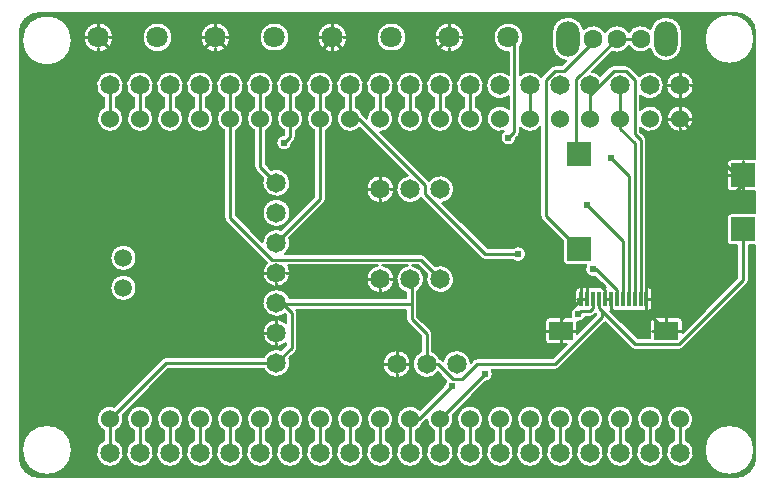
<source format=gbl>
G04 Layer: BottomLayer*
G04 EasyEDA Pro v2.2.43.4, 2025-12-31 16:20:31*
G04 Gerber Generator version 0.3*
G04 Scale: 100 percent, Rotated: No, Reflected: No*
G04 Dimensions in millimeters*
G04 Leading zeros omitted, absolute positions, 4 integers and 5 decimals*
G04 Generated by one-click*
%FSLAX45Y45*%
%MOMM*%
%ADD10C,0.2032*%
%ADD11C,0.254*%
%ADD12R,2.0X1.6*%
%ADD13R,0.29997X1.3*%
%ADD14C,1.65*%
%ADD15C,1.8*%
%ADD16O,2.0X2.99999*%
%ADD17O,1.59995X1.6*%
%ADD18C,1.5022*%
%ADD19C,1.5*%
%ADD20R,2.0X2.0*%
%ADD21C,1.524*%
%ADD22C,0.61*%
G75*


G04 Copper Start*
G36*
G01X6264186Y3724300D02*
G01X6264186Y2650106D01*
G01X6259500Y2650414D01*
G01X6059500Y2650414D01*
G01X6048433Y2648661D01*
G01X6038449Y2643574D01*
G01X6030526Y2635651D01*
G01X6025439Y2625667D01*
G01X6023686Y2614600D01*
G01X6023686Y2414600D01*
G01X6025439Y2403533D01*
G01X6030526Y2393549D01*
G01X6038449Y2385626D01*
G01X6048433Y2380539D01*
G01X6059500Y2378786D01*
G01X6259500Y2378786D01*
G01X6264186Y2379094D01*
G01X6264186Y2192906D01*
G01X6259500Y2193214D01*
G01X6059500Y2193214D01*
G01X6048433Y2191461D01*
G01X6038449Y2186374D01*
G01X6030526Y2178451D01*
G01X6025439Y2168467D01*
G01X6023686Y2157400D01*
G01X6023686Y1957400D01*
G01X6025439Y1946333D01*
G01X6030526Y1936349D01*
G01X6038449Y1928426D01*
G01X6048433Y1923339D01*
G01X6059500Y1921586D01*
G01X6110986Y1921586D01*
G01X6110986Y1645695D01*
G01X5648122Y1182831D01*
G01X5648122Y1279502D01*
G01X5646369Y1290569D01*
G01X5641282Y1300553D01*
G01X5633359Y1308476D01*
G01X5623375Y1313563D01*
G01X5612308Y1315316D01*
G01X5412308Y1315316D01*
G01X5401241Y1313563D01*
G01X5391257Y1308476D01*
G01X5383334Y1300553D01*
G01X5378247Y1290569D01*
G01X5376494Y1279502D01*
G01X5376494Y1135063D01*
G01X5267303Y1135063D01*
G01X5035631Y1366735D01*
G01X5057229Y1366735D01*
G01X5067249Y1368165D01*
G01X5077270Y1366735D01*
G01X5107267Y1366735D01*
G01X5117287Y1368165D01*
G01X5127308Y1366735D01*
G01X5157305Y1366735D01*
G01X5167325Y1368165D01*
G01X5177346Y1366735D01*
G01X5207343Y1366735D01*
G01X5217363Y1368165D01*
G01X5227384Y1366735D01*
G01X5257381Y1366735D01*
G01X5267401Y1368165D01*
G01X5277422Y1366735D01*
G01X5307419Y1366735D01*
G01X5317376Y1368147D01*
G01X5327333Y1366735D01*
G01X5357330Y1366735D01*
G01X5368397Y1368487D01*
G01X5378381Y1373574D01*
G01X5386304Y1381498D01*
G01X5391391Y1391481D01*
G01X5393144Y1402549D01*
G01X5393144Y1532548D01*
G01X5391391Y1543616D01*
G01X5386304Y1553599D01*
G01X5378381Y1561523D01*
G01X5368397Y1566610D01*
G01X5357330Y1568362D01*
G01X5340934Y1568362D01*
G01X5340934Y2813749D01*
G01X5339281Y2826305D01*
G01X5334435Y2838006D01*
G01X5326725Y2848053D01*
G01X5290134Y2884644D01*
G01X5290134Y2919789D01*
G01X5305383Y2905786D01*
G01X5322949Y2894829D01*
G01X5342231Y2887291D01*
G01X5362571Y2883431D01*
G01X5383274Y2883380D01*
G01X5403633Y2887140D01*
G01X5422952Y2894582D01*
G01X5440571Y2905453D01*
G01X5455889Y2919381D01*
G01X5468382Y2935889D01*
G01X5477624Y2954415D01*
G01X5483298Y2974325D01*
G01X5485211Y2994940D01*
G01X5484252Y3005275D01*
G01X5515661Y3005275D01*
G01X5515661Y2984605D01*
G01X5519459Y2964286D01*
G01X5526926Y2945011D01*
G01X5537808Y2927436D01*
G01X5551734Y2912161D01*
G01X5568230Y2899704D01*
G01X5586733Y2890490D01*
G01X5606615Y2884833D01*
G01X5627197Y2882926D01*
G01X5627197Y2882926D01*
G01X5647780Y2884833D01*
G01X5667661Y2890490D01*
G01X5686165Y2899704D01*
G01X5702661Y2912161D01*
G01X5716586Y2927436D01*
G01X5727468Y2945011D01*
G01X5734935Y2964286D01*
G01X5738733Y2984605D01*
G01X5738733Y3005275D01*
G01X5734935Y3025594D01*
G01X5727468Y3044869D01*
G01X5716586Y3062443D01*
G01X5702661Y3077719D01*
G01X5686165Y3090176D01*
G01X5667661Y3099390D01*
G01X5647780Y3105047D01*
G01X5627197Y3106954D01*
G01X5606615Y3105047D01*
G01X5586733Y3099390D01*
G01X5568230Y3090176D01*
G01X5551734Y3077719D01*
G01X5537808Y3062443D01*
G01X5526926Y3044869D01*
G01X5519459Y3025594D01*
G01X5515661Y3005275D01*
G01X5484252Y3005275D01*
G01X5483298Y3015554D01*
G01X5477624Y3035465D01*
G01X5468382Y3053990D01*
G01X5455889Y3070499D01*
G01X5440571Y3084427D01*
G01X5422952Y3095297D01*
G01X5403633Y3102740D01*
G01X5383274Y3106500D01*
G01X5362571Y3106449D01*
G01X5342231Y3102589D01*
G01X5322949Y3095051D01*
G01X5305383Y3084094D01*
G01X5290134Y3070091D01*
G01X5290134Y3191278D01*
G01X5307175Y3177691D01*
G01X5326419Y3167461D01*
G01X5347212Y3160933D01*
G01X5368851Y3158331D01*
G01X5390599Y3159741D01*
G01X5411720Y3165117D01*
G01X5431496Y3174276D01*
G01X5449257Y3186906D01*
G01X5464400Y3202581D01*
G01X5476411Y3220766D01*
G01X5484883Y3240847D01*
G01X5489527Y3262140D01*
G01X5489965Y3276600D01*
G01X5507786Y3276600D01*
G01X5509801Y3254860D01*
G01X5515776Y3233860D01*
G01X5525507Y3214316D01*
G01X5538665Y3196892D01*
G01X5554800Y3182183D01*
G01X5573363Y3170690D01*
G01X5593722Y3162803D01*
G01X5615183Y3158791D01*
G01X5637017Y3158791D01*
G01X5658478Y3162803D01*
G01X5678837Y3170690D01*
G01X5697400Y3182183D01*
G01X5713535Y3196892D01*
G01X5726693Y3214316D01*
G01X5736424Y3233860D01*
G01X5742399Y3254860D01*
G01X5744414Y3276600D01*
G01X5744414Y3276600D01*
G01X5742399Y3298340D01*
G01X5736424Y3319340D01*
G01X5726693Y3338884D01*
G01X5713535Y3356308D01*
G01X5697400Y3371017D01*
G01X5678837Y3382510D01*
G01X5658478Y3390397D01*
G01X5637017Y3394409D01*
G01X5615183Y3394409D01*
G01X5593722Y3390397D01*
G01X5573363Y3382510D01*
G01X5554800Y3371017D01*
G01X5538665Y3356308D01*
G01X5525507Y3338884D01*
G01X5515776Y3319340D01*
G01X5509801Y3298340D01*
G01X5507786Y3276600D01*
G01X5489965Y3276600D01*
G01X5490187Y3283925D01*
G01X5486840Y3305460D01*
G01X5479600Y3326017D01*
G01X5468712Y3344896D01*
G01X5454545Y3361458D01*
G01X5437582Y3375141D01*
G01X5418396Y3385480D01*
G01X5397639Y3392125D01*
G01X5376016Y3394849D01*
G01X5354260Y3393561D01*
G01X5333109Y3388305D01*
G01X5313281Y3379258D01*
G01X5295450Y3366727D01*
G01X5280219Y3351139D01*
G01X5275925Y3356053D01*
G01X5199725Y3432253D01*
G01X5189677Y3439963D01*
G01X5177977Y3444809D01*
G01X5165420Y3446463D01*
G01X5063820Y3446463D01*
G01X5051264Y3444809D01*
G01X5039563Y3439963D01*
G01X5029516Y3432253D01*
G01X4952499Y3355237D01*
G01X4938082Y3368930D01*
G01X4921575Y3380016D01*
G01X4903444Y3388181D01*
G01X4884203Y3393194D01*
G01X5052645Y3561636D01*
G01X5072109Y3556334D01*
G01X5092197Y3554490D01*
G01X5112301Y3556159D01*
G01X5131810Y3561292D01*
G01X5150132Y3569733D01*
G01X5166712Y3581224D01*
G01X5181046Y3595419D01*
G01X5192700Y3611885D01*
G01X5205064Y3594589D01*
G01X5220381Y3579844D01*
G01X5238136Y3568148D01*
G01X5257730Y3559894D01*
G01X5278503Y3555362D01*
G01X5299754Y3554704D01*
G01X5320767Y3557941D01*
G01X5340834Y3564966D01*
G01X5359279Y3575540D01*
G01X5375480Y3589308D01*
G01X5382696Y3567227D01*
G01X5393570Y3546698D01*
G01X5407783Y3528323D01*
G01X5424920Y3512638D01*
G01X5444478Y3500104D01*
G01X5465887Y3491086D01*
G01X5488520Y3485849D01*
G01X5511714Y3484545D01*
G01X5534791Y3487214D01*
G01X5557076Y3493775D01*
G01X5577916Y3504039D01*
G01X5596702Y3517704D01*
G01X5612885Y3534371D01*
G01X5625990Y3553552D01*
G01X5635635Y3574686D01*
G01X5641538Y3597155D01*
G01X5643524Y3620300D01*
G01X5643524Y3670300D01*
G01X5834386Y3670300D01*
G01X5836350Y3641594D01*
G01X5842204Y3613423D01*
G01X5851839Y3586312D01*
G01X5865077Y3560764D01*
G01X5881669Y3537258D01*
G01X5901308Y3516230D01*
G01X5923628Y3498071D01*
G01X5948212Y3483121D01*
G01X5974603Y3471658D01*
G01X6002309Y3463895D01*
G01X6030814Y3459978D01*
G01X6059586Y3459978D01*
G01X6088091Y3463895D01*
G01X6115797Y3471658D01*
G01X6142188Y3483121D01*
G01X6166772Y3498071D01*
G01X6189092Y3516230D01*
G01X6208731Y3537258D01*
G01X6225323Y3560764D01*
G01X6238561Y3586312D01*
G01X6248196Y3613423D01*
G01X6254050Y3641594D01*
G01X6256014Y3670300D01*
G01X6254050Y3699006D01*
G01X6248196Y3727177D01*
G01X6238561Y3754288D01*
G01X6225323Y3779836D01*
G01X6208731Y3803342D01*
G01X6189092Y3824370D01*
G01X6166772Y3842529D01*
G01X6142188Y3857479D01*
G01X6115797Y3868942D01*
G01X6088091Y3876705D01*
G01X6059586Y3880622D01*
G01X6030814Y3880622D01*
G01X6002309Y3876705D01*
G01X5974603Y3868942D01*
G01X5948212Y3857479D01*
G01X5923628Y3842529D01*
G01X5901308Y3824370D01*
G01X5881669Y3803342D01*
G01X5865077Y3779836D01*
G01X5851839Y3754288D01*
G01X5842204Y3727177D01*
G01X5836350Y3699006D01*
G01X5834386Y3670300D01*
G01X5834386Y3670300D01*
G01X5643524Y3670300D01*
G01X5643524Y3720300D01*
G01X5641538Y3743445D01*
G01X5635635Y3765914D01*
G01X5625990Y3787048D01*
G01X5612885Y3806229D01*
G01X5596702Y3822896D01*
G01X5577916Y3836561D01*
G01X5557076Y3846825D01*
G01X5534791Y3853386D01*
G01X5511714Y3856055D01*
G01X5488520Y3854751D01*
G01X5465887Y3849514D01*
G01X5444478Y3840496D01*
G01X5424920Y3827962D01*
G01X5407783Y3812277D01*
G01X5393570Y3793902D01*
G01X5382696Y3773373D01*
G01X5375480Y3751292D01*
G01X5359279Y3765060D01*
G01X5340834Y3775634D01*
G01X5320767Y3782659D01*
G01X5299754Y3785896D01*
G01X5278503Y3785238D01*
G01X5257730Y3780706D01*
G01X5238136Y3772452D01*
G01X5220381Y3760756D01*
G01X5205064Y3746011D01*
G01X5192700Y3728715D01*
G01X5181100Y3745117D01*
G01X5166841Y3759268D01*
G01X5150350Y3770742D01*
G01X5132125Y3779194D01*
G01X5112714Y3784369D01*
G01X5092700Y3786111D01*
G01X5072686Y3784369D01*
G01X5053275Y3779194D01*
G01X5035050Y3770742D01*
G01X5018559Y3759268D01*
G01X5004300Y3745117D01*
G01X4992700Y3728715D01*
G01X4980336Y3746011D01*
G01X4965019Y3760756D01*
G01X4947264Y3772452D01*
G01X4927670Y3780706D01*
G01X4906897Y3785238D01*
G01X4885646Y3785896D01*
G01X4864633Y3782659D01*
G01X4844566Y3775634D01*
G01X4826121Y3765060D01*
G01X4809920Y3751292D01*
G01X4802704Y3773373D01*
G01X4791830Y3793902D01*
G01X4777617Y3812277D01*
G01X4760480Y3827962D01*
G01X4740922Y3840496D01*
G01X4719513Y3849514D01*
G01X4696880Y3854751D01*
G01X4673686Y3856055D01*
G01X4650609Y3853386D01*
G01X4628324Y3846825D01*
G01X4607484Y3836561D01*
G01X4588698Y3822896D01*
G01X4572515Y3806229D01*
G01X4559410Y3787048D01*
G01X4549765Y3765914D01*
G01X4543862Y3743445D01*
G01X4541876Y3720300D01*
G01X4541876Y3620300D01*
G01X4543689Y3598181D01*
G01X4549080Y3576653D01*
G01X4557906Y3556290D01*
G01X4569930Y3537637D01*
G01X4584831Y3521190D01*
G01X4602212Y3507391D01*
G01X4621608Y3496606D01*
G01X4642502Y3489124D01*
G01X4664336Y3485144D01*
G01X4625105Y3445914D01*
G01X4569000Y3445914D01*
G01X4556444Y3444261D01*
G01X4544743Y3439414D01*
G01X4534695Y3431704D01*
G01X4458495Y3355504D01*
G01X4451475Y3346613D01*
G01X4438178Y3361814D01*
G01X4422490Y3374531D01*
G01X4404868Y3384396D01*
G01X4385824Y3391119D01*
G01X4365915Y3394506D01*
G01X4345719Y3394458D01*
G01X4325826Y3390975D01*
G01X4306815Y3384160D01*
G01X4289240Y3374211D01*
G01X4273614Y3361418D01*
G01X4273614Y3605761D01*
G01X4285821Y3624758D01*
G01X4294435Y3645631D01*
G01X4299180Y3667707D01*
G01X4299903Y3690276D01*
G01X4296579Y3712611D01*
G01X4289317Y3733992D01*
G01X4278349Y3753730D01*
G01X4264030Y3771190D01*
G01X4246821Y3785810D01*
G01X4227275Y3797117D01*
G01X4206023Y3804749D01*
G01X4183749Y3808458D01*
G01X4161171Y3808127D01*
G01X4139015Y3803765D01*
G01X4117997Y3795513D01*
G01X4098791Y3783636D01*
G01X4082019Y3768518D01*
G01X4068218Y3750645D01*
G01X4057835Y3730593D01*
G01X4051203Y3709008D01*
G01X4048537Y3686586D01*
G01X4049921Y3664047D01*
G01X4055312Y3642120D01*
G01X4064536Y3621509D01*
G01X4077296Y3602879D01*
G01X4093180Y3586829D01*
G01X4111677Y3573878D01*
G01X4132192Y3564442D01*
G01X4154063Y3558824D01*
G01X4176586Y3557207D01*
G01X4176586Y3368524D01*
G01X4159628Y3379986D01*
G01X4140948Y3388354D01*
G01X4121106Y3393377D01*
G01X4100695Y3394906D01*
G01X4080327Y3392893D01*
G01X4060609Y3387400D01*
G01X4042134Y3378592D01*
G01X4025453Y3366730D01*
G01X4011066Y3352171D01*
G01X3999404Y3335351D01*
G01X3990815Y3316772D01*
G01X3985556Y3296991D01*
G01X3983786Y3276600D01*
G01X3985556Y3256209D01*
G01X3990815Y3236428D01*
G01X3999404Y3217849D01*
G01X4011066Y3201029D01*
G01X4025453Y3186470D01*
G01X4042134Y3174608D01*
G01X4060609Y3165800D01*
G01X4080327Y3160307D01*
G01X4100695Y3158294D01*
G01X4121106Y3159823D01*
G01X4140948Y3164846D01*
G01X4159628Y3173214D01*
G01X4176586Y3184676D01*
G01X4176586Y3079564D01*
G01X4159510Y3091770D01*
G01X4140456Y3100576D01*
G01X4120095Y3105672D01*
G01X4099140Y3106880D01*
G01X4078328Y3104158D01*
G01X4058388Y3097601D01*
G01X4040023Y3087439D01*
G01X4023875Y3074029D01*
G01X4010513Y3057842D01*
G01X4000405Y3039447D01*
G01X3993906Y3019489D01*
G01X3991245Y2998668D01*
G01X3992515Y2977717D01*
G01X3997672Y2957371D01*
G01X4006533Y2938343D01*
G01X4018789Y2921303D01*
G01X4034008Y2906849D01*
G01X4051657Y2895488D01*
G01X4071116Y2887618D01*
G01X4091701Y2883517D01*
G01X4112690Y2883329D01*
G01X4133345Y2887059D01*
G01X4122831Y2876718D01*
G01X4114861Y2864308D01*
G01X4109832Y2850444D01*
G01X4107992Y2835811D01*
G01X4109431Y2821133D01*
G01X4114078Y2807136D01*
G01X4121705Y2794513D01*
G01X4131932Y2783887D01*
G01X4144256Y2775785D01*
G01X4158065Y2770606D01*
G01X4172677Y2768608D01*
G01X4187370Y2769889D01*
G01X4201416Y2774386D01*
G01X4214121Y2781876D01*
G01X4224856Y2791989D01*
G01X4233090Y2804224D01*
G01X4238417Y2817976D01*
G01X4240572Y2832566D01*
G01X4259404Y2851398D01*
G01X4267114Y2861446D01*
G01X4271960Y2873146D01*
G01X4273614Y2885703D01*
G01X4273614Y2920368D01*
G01X4287724Y2907073D01*
G01X4303916Y2896410D01*
G01X4321703Y2888698D01*
G01X4340554Y2884169D01*
G01X4359904Y2882959D01*
G01X4379172Y2885103D01*
G01X4397783Y2890537D01*
G01X4415177Y2899099D01*
G01X4430834Y2910532D01*
G01X4444286Y2924494D01*
G01X4444286Y2171700D01*
G01X4445939Y2159144D01*
G01X4450786Y2147443D01*
G01X4458495Y2137395D01*
G01X4636386Y1959505D01*
G01X4636386Y1792300D01*
G01X4638139Y1781233D01*
G01X4643226Y1771249D01*
G01X4651149Y1763326D01*
G01X4661133Y1758239D01*
G01X4672200Y1756486D01*
G01X4832704Y1756486D01*
G01X4825949Y1741883D01*
G01X4822909Y1726083D01*
G01X4823765Y1710017D01*
G01X4828464Y1694629D01*
G01X4836731Y1680825D01*
G01X4848079Y1669419D01*
G01X4861840Y1661082D01*
G01X4877204Y1656304D01*
G01X4893266Y1655367D01*
G01X4909081Y1658326D01*
G01X4999045Y1568362D01*
G01X4977321Y1568362D01*
G01X4967364Y1566950D01*
G01X4957407Y1568362D01*
G01X4927410Y1568362D01*
G01X4917389Y1566932D01*
G01X4907369Y1568362D01*
G01X4877372Y1568362D01*
G01X4867351Y1566932D01*
G01X4857331Y1568362D01*
G01X4827334Y1568362D01*
G01X4817313Y1566932D01*
G01X4807293Y1568362D01*
G01X4777296Y1568362D01*
G01X4766228Y1566610D01*
G01X4756245Y1561523D01*
G01X4748321Y1553599D01*
G01X4743234Y1543616D01*
G01X4741482Y1532548D01*
G01X4741482Y1402410D01*
G01X4728137Y1395424D01*
G01X4716714Y1385605D01*
G01X4707801Y1373463D01*
G01X4701858Y1359622D01*
G01X4699192Y1344797D01*
G01X4699941Y1329753D01*
G01X4704065Y1315265D01*
G01X4522292Y1315265D01*
G01X4511225Y1313512D01*
G01X4501241Y1308425D01*
G01X4493318Y1300502D01*
G01X4488231Y1290518D01*
G01X4486478Y1279451D01*
G01X4486478Y1119452D01*
G01X4488231Y1108385D01*
G01X4493318Y1098401D01*
G01X4501241Y1090478D01*
G01X4511225Y1085391D01*
G01X4522292Y1083638D01*
G01X4667688Y1083638D01*
G01X4549505Y965454D01*
G01X3909200Y965454D01*
G01X3896643Y963801D01*
G01X3884943Y958954D01*
G01X3874895Y951245D01*
G01X3853903Y930252D01*
G01X3849784Y950534D01*
G01X3842195Y969789D01*
G01X3831366Y987426D01*
G01X3817629Y1002906D01*
G01X3801406Y1015756D01*
G01X3783191Y1025583D01*
G01X3763542Y1032084D01*
G01X3743062Y1035063D01*
G01X3722375Y1034427D01*
G01X3702116Y1030196D01*
G01X3682904Y1022499D01*
G01X3665327Y1011573D01*
G01X3649923Y997751D01*
G01X3637164Y981456D01*
G01X3627439Y963187D01*
G01X3621046Y943503D01*
G01X3613304Y951245D01*
G01X3602965Y959122D01*
G01X3590905Y963971D01*
G01X3580410Y983126D01*
G01X3566572Y1000025D01*
G01X3549864Y1014093D01*
G01X3530854Y1024850D01*
G01X3530854Y1170940D01*
G01X3529201Y1183496D01*
G01X3524354Y1195197D01*
G01X3516645Y1205245D01*
G01X3403854Y1318035D01*
G01X3403854Y1534513D01*
G01X3420491Y1546668D01*
G01X3434767Y1561525D01*
G01X3446249Y1578634D01*
G01X3454588Y1597475D01*
G01X3459533Y1617477D01*
G01X3460932Y1638034D01*
G01X3458744Y1658522D01*
G01X3453034Y1678319D01*
G01X3443977Y1696826D01*
G01X3431846Y1713480D01*
G01X3417010Y1727778D01*
G01X3399918Y1739285D01*
G01X3381089Y1747652D01*
G01X3361094Y1752626D01*
G01X3411165Y1752626D01*
G01X3486031Y1677759D01*
G01X3480272Y1657131D01*
G01X3478326Y1635801D01*
G01X3480257Y1614471D01*
G01X3486002Y1593838D01*
G01X3495373Y1574579D01*
G01X3508062Y1557325D01*
G01X3523653Y1542641D01*
G01X3541637Y1531009D01*
G01X3561423Y1522809D01*
G01X3582363Y1518311D01*
G01X3603771Y1517661D01*
G01X3624945Y1520882D01*
G01X3645192Y1527867D01*
G01X3663847Y1538388D01*
G01X3680301Y1552099D01*
G01X3694012Y1568553D01*
G01X3704533Y1587208D01*
G01X3711518Y1607455D01*
G01X3714739Y1628629D01*
G01X3714089Y1650037D01*
G01X3709591Y1670977D01*
G01X3701391Y1690763D01*
G01X3689759Y1708747D01*
G01X3675075Y1724338D01*
G01X3657821Y1737027D01*
G01X3638562Y1746398D01*
G01X3617929Y1752143D01*
G01X3596599Y1754074D01*
G01X3575269Y1752128D01*
G01X3554641Y1746369D01*
G01X3465565Y1835444D01*
G01X3455517Y1843154D01*
G01X3443816Y1848001D01*
G01X3431260Y1849654D01*
G01X2282367Y1849654D01*
G01X2298076Y1864324D01*
G01X2310870Y1881594D01*
G01X2320330Y1900894D01*
G01X2326142Y1921587D01*
G01X2328114Y1942990D01*
G01X2326182Y1964396D01*
G01X2320409Y1985099D01*
G01X2613502Y2278193D01*
G01X2621212Y2288240D01*
G01X2626058Y2299941D01*
G01X2627711Y2312497D01*
G01X2627711Y2408677D01*
G01X2970831Y2408677D01*
G01X2970831Y2386843D01*
G01X2974843Y2365382D01*
G01X2982730Y2345023D01*
G01X2994223Y2326460D01*
G01X3008932Y2310325D01*
G01X3026356Y2297167D01*
G01X3045900Y2287436D01*
G01X3066900Y2281461D01*
G01X3088640Y2279446D01*
G01X3088640Y2279446D01*
G01X3110380Y2281461D01*
G01X3131380Y2287436D01*
G01X3150924Y2297167D01*
G01X3168348Y2310325D01*
G01X3183057Y2326460D01*
G01X3194550Y2345023D01*
G01X3202437Y2365382D01*
G01X3206449Y2386843D01*
G01X3206449Y2408677D01*
G01X3202437Y2430138D01*
G01X3194550Y2450497D01*
G01X3183057Y2469060D01*
G01X3168348Y2485195D01*
G01X3150924Y2498353D01*
G01X3131380Y2508084D01*
G01X3110380Y2514059D01*
G01X3088640Y2516074D01*
G01X3066900Y2514059D01*
G01X3045900Y2508084D01*
G01X3026356Y2498353D01*
G01X3008932Y2485195D01*
G01X2994223Y2469060D01*
G01X2982730Y2450497D01*
G01X2974843Y2430138D01*
G01X2970831Y2408677D01*
G01X2627711Y2408677D01*
G01X2627711Y2893977D01*
G01X2645730Y2904826D01*
G01X2661403Y2918852D01*
G01X2674178Y2935561D01*
G01X2683604Y2954364D01*
G01X2689348Y2974597D01*
G01X2691210Y2995547D01*
G01X2689122Y3016476D01*
G01X2683158Y3036646D01*
G01X2673529Y3055345D01*
G01X2660574Y3071914D01*
G01X2644749Y3085770D01*
G01X2626614Y3096423D01*
G01X2626614Y3168690D01*
G01X2645273Y3179204D01*
G01X2661731Y3192910D01*
G01X2675449Y3209359D01*
G01X2685976Y3228010D01*
G01X2692968Y3248255D01*
G01X2696014Y3268229D01*
G01X2714083Y3268229D01*
G01X2717525Y3247090D01*
G01X2724723Y3226918D01*
G01X2735439Y3208374D01*
G01X2749322Y3192066D01*
G01X2765918Y3178528D01*
G01X2784683Y3168203D01*
G01X2784683Y3095903D01*
G01X2767770Y3085859D01*
G01X2752874Y3073012D01*
G01X2740455Y3057757D01*
G01X2730896Y3040564D01*
G01X2724492Y3021965D01*
G01X2721441Y3002532D01*
G01X2721836Y2982865D01*
G01X2725665Y2963570D01*
G01X2732811Y2945243D01*
G01X2743053Y2928449D01*
G01X2756074Y2913705D01*
G01X2771474Y2901466D01*
G01X2788778Y2892110D01*
G01X2807451Y2885925D01*
G01X2826919Y2883102D01*
G01X2846580Y2883728D01*
G01X2865828Y2887784D01*
G01X2884070Y2895145D01*
G01X2900743Y2905583D01*
G01X2915333Y2918777D01*
G01X3320186Y2513924D01*
G01X3300349Y2508257D01*
G01X3281797Y2499231D01*
G01X3265096Y2487119D01*
G01X3250752Y2472291D01*
G01X3239202Y2455196D01*
G01X3230798Y2436354D01*
G01X3225794Y2416340D01*
G01X3224343Y2395760D01*
G01X3226489Y2375241D01*
G01X3232166Y2355407D01*
G01X3241203Y2336861D01*
G01X3253324Y2320166D01*
G01X3268161Y2305831D01*
G01X3285262Y2294290D01*
G01X3304108Y2285896D01*
G01X3324126Y2280904D01*
G01X3344706Y2279464D01*
G01X3365224Y2281621D01*
G01X3385055Y2287310D01*
G01X3403596Y2296357D01*
G01X3420284Y2308487D01*
G01X3434611Y2323332D01*
G01X3435666Y2322244D01*
G01X3943666Y1814244D01*
G01X3953713Y1806534D01*
G01X3965414Y1801688D01*
G01X3977970Y1800035D01*
G01X4212160Y1800035D01*
G01X4224531Y1790936D01*
G01X4238664Y1784928D01*
G01X4253799Y1782331D01*
G01X4269126Y1783285D01*
G01X4283823Y1787739D01*
G01X4297101Y1795454D01*
G01X4308248Y1806016D01*
G01X4316667Y1818860D01*
G01X4321906Y1833295D01*
G01X4323684Y1848549D01*
G01X4321906Y1863802D01*
G01X4316667Y1878237D01*
G01X4308248Y1891081D01*
G01X4297101Y1901643D01*
G01X4283823Y1909358D01*
G01X4269126Y1913812D01*
G01X4253799Y1914766D01*
G01X4238664Y1912169D01*
G01X4224531Y1906161D01*
G01X4212160Y1897063D01*
G01X3998065Y1897063D01*
G01X3614349Y2280779D01*
G01X3614349Y2280779D01*
G01X3634777Y2285761D01*
G01X3654001Y2294281D01*
G01X3671413Y2306069D01*
G01X3686463Y2320754D01*
G01X3698676Y2337870D01*
G01X3707667Y2356879D01*
G01X3713150Y2377178D01*
G01X3714953Y2398128D01*
G01X3713020Y2419066D01*
G01X3707410Y2439331D01*
G01X3698302Y2458283D01*
G01X3685982Y2475324D01*
G01X3670841Y2489914D01*
G01X3653356Y2501594D01*
G01X3634080Y2509994D01*
G01X3613621Y2514849D01*
G01X3592625Y2516006D01*
G01X3571757Y2513428D01*
G01X3551674Y2507196D01*
G01X3533012Y2497508D01*
G01X3516359Y2484669D01*
G01X3502243Y2469085D01*
G01X3088396Y2882932D01*
G01X3108383Y2884948D01*
G01X3127690Y2890501D01*
G01X3145694Y2899413D01*
G01X3161816Y2911399D01*
G01X3175539Y2926071D01*
G01X3186419Y2942958D01*
G01X3194109Y2961517D01*
G01X3198359Y2981152D01*
G01X3199035Y3001230D01*
G01X3196112Y3021105D01*
G01X3189687Y3040139D01*
G01X3179965Y3057719D01*
G01X3167260Y3073280D01*
G01X3151979Y3086321D01*
G01X3134614Y3096423D01*
G01X3134614Y3168690D01*
G01X3153273Y3179204D01*
G01X3169731Y3192910D01*
G01X3183449Y3209359D01*
G01X3193976Y3228010D01*
G01X3200968Y3248255D01*
G01X3204196Y3269428D01*
G01X3222004Y3269428D01*
G01X3225232Y3248255D01*
G01X3232224Y3228010D01*
G01X3242751Y3209359D01*
G01X3256469Y3192910D01*
G01X3272927Y3179204D01*
G01X3291586Y3168690D01*
G01X3291586Y3095368D01*
G01X3291586Y3095368D01*
G01X3274446Y3084892D01*
G01X3259453Y3071523D01*
G01X3247089Y3055691D01*
G01X3237751Y3037905D01*
G01X3231740Y3018738D01*
G01X3229250Y2998805D01*
G01X3230360Y2978748D01*
G01X3235034Y2959211D01*
G01X3243123Y2940824D01*
G01X3254366Y2924177D01*
G01X3268401Y2909806D01*
G01X3284778Y2898172D01*
G01X3302969Y2889651D01*
G01X3322389Y2884516D01*
G01X3342415Y2882933D01*
G01X3362401Y2884951D01*
G01X3381705Y2890507D01*
G01X3399707Y2899421D01*
G01X3415827Y2911408D01*
G01X3429546Y2926081D01*
G01X3440425Y2942968D01*
G01X3448112Y2961527D01*
G01X3452361Y2981161D01*
G01X3453034Y3001237D01*
G01X3450111Y3021111D01*
G01X3443685Y3040144D01*
G01X3433963Y3057722D01*
G01X3421258Y3073282D01*
G01X3405978Y3086322D01*
G01X3388614Y3096423D01*
G01X3388614Y3168690D01*
G01X3407273Y3179204D01*
G01X3423731Y3192910D01*
G01X3437449Y3209359D01*
G01X3447976Y3228010D01*
G01X3454968Y3248255D01*
G01X3458196Y3269428D01*
G01X3476004Y3269428D01*
G01X3479232Y3248255D01*
G01X3486224Y3228010D01*
G01X3496751Y3209359D01*
G01X3510469Y3192910D01*
G01X3526927Y3179204D01*
G01X3545586Y3168690D01*
G01X3545586Y3095368D01*
G01X3545586Y3095368D01*
G01X3528446Y3084892D01*
G01X3513453Y3071523D01*
G01X3501089Y3055691D01*
G01X3491751Y3037905D01*
G01X3485740Y3018738D01*
G01X3483250Y2998805D01*
G01X3484360Y2978748D01*
G01X3489034Y2959211D01*
G01X3497123Y2940824D01*
G01X3508366Y2924177D01*
G01X3522401Y2909806D01*
G01X3538778Y2898172D01*
G01X3556969Y2889651D01*
G01X3576389Y2884516D01*
G01X3596415Y2882933D01*
G01X3616401Y2884951D01*
G01X3635705Y2890507D01*
G01X3653707Y2899421D01*
G01X3669827Y2911408D01*
G01X3683546Y2926081D01*
G01X3694425Y2942968D01*
G01X3702112Y2961527D01*
G01X3706361Y2981161D01*
G01X3707034Y3001237D01*
G01X3704111Y3021111D01*
G01X3697685Y3040144D01*
G01X3687963Y3057722D01*
G01X3675258Y3073282D01*
G01X3659978Y3086322D01*
G01X3642614Y3096423D01*
G01X3642614Y3168690D01*
G01X3661273Y3179204D01*
G01X3677731Y3192910D01*
G01X3691449Y3209359D01*
G01X3701976Y3228010D01*
G01X3708968Y3248255D01*
G01X3712196Y3269428D01*
G01X3730004Y3269428D01*
G01X3733232Y3248255D01*
G01X3740224Y3228010D01*
G01X3750751Y3209359D01*
G01X3764469Y3192910D01*
G01X3780927Y3179204D01*
G01X3799586Y3168690D01*
G01X3799586Y3095368D01*
G01X3799586Y3095368D01*
G01X3782446Y3084892D01*
G01X3767453Y3071523D01*
G01X3755089Y3055691D01*
G01X3745751Y3037906D01*
G01X3739740Y3018738D01*
G01X3737250Y2998805D01*
G01X3738359Y2978748D01*
G01X3743034Y2959211D01*
G01X3751123Y2940824D01*
G01X3762365Y2924177D01*
G01X3776401Y2909806D01*
G01X3792777Y2898172D01*
G01X3810968Y2889651D01*
G01X3830389Y2884516D01*
G01X3850414Y2882933D01*
G01X3870400Y2884951D01*
G01X3889705Y2890507D01*
G01X3907706Y2899421D01*
G01X3923826Y2911408D01*
G01X3937546Y2926081D01*
G01X3948424Y2942968D01*
G01X3956112Y2961527D01*
G01X3960360Y2981160D01*
G01X3961034Y3001237D01*
G01X3958111Y3021111D01*
G01X3951685Y3040143D01*
G01X3941963Y3057722D01*
G01X3929258Y3073282D01*
G01X3913978Y3086322D01*
G01X3896614Y3096423D01*
G01X3896614Y3168690D01*
G01X3915273Y3179204D01*
G01X3931731Y3192910D01*
G01X3945449Y3209359D01*
G01X3955976Y3228010D01*
G01X3962968Y3248255D01*
G01X3966196Y3269428D01*
G01X3965554Y3290836D01*
G01X3961063Y3311777D01*
G01X3952871Y3331566D01*
G01X3941245Y3349554D01*
G01X3926566Y3365151D01*
G01X3909316Y3377846D01*
G01X3890061Y3387223D01*
G01X3869430Y3392975D01*
G01X3848100Y3394914D01*
G01X3826770Y3392975D01*
G01X3806139Y3387223D01*
G01X3786884Y3377846D01*
G01X3769634Y3365151D01*
G01X3754955Y3349554D01*
G01X3743329Y3331566D01*
G01X3735137Y3311777D01*
G01X3730646Y3290836D01*
G01X3730004Y3269428D01*
G01X3712196Y3269428D01*
G01X3712196Y3269428D01*
G01X3711554Y3290836D01*
G01X3707063Y3311777D01*
G01X3698871Y3331566D01*
G01X3687245Y3349554D01*
G01X3672566Y3365151D01*
G01X3655316Y3377846D01*
G01X3636061Y3387223D01*
G01X3615430Y3392975D01*
G01X3594100Y3394914D01*
G01X3572770Y3392975D01*
G01X3552139Y3387223D01*
G01X3532884Y3377846D01*
G01X3515634Y3365151D01*
G01X3500955Y3349554D01*
G01X3489329Y3331566D01*
G01X3481137Y3311777D01*
G01X3476646Y3290836D01*
G01X3476004Y3269428D01*
G01X3458196Y3269428D01*
G01X3458196Y3269428D01*
G01X3457554Y3290836D01*
G01X3453063Y3311777D01*
G01X3444871Y3331566D01*
G01X3433245Y3349554D01*
G01X3418566Y3365151D01*
G01X3401316Y3377846D01*
G01X3382061Y3387223D01*
G01X3361430Y3392975D01*
G01X3340100Y3394914D01*
G01X3318770Y3392975D01*
G01X3298139Y3387223D01*
G01X3278884Y3377846D01*
G01X3261634Y3365151D01*
G01X3246955Y3349554D01*
G01X3235329Y3331566D01*
G01X3227137Y3311777D01*
G01X3222646Y3290836D01*
G01X3222004Y3269428D01*
G01X3204196Y3269428D01*
G01X3204196Y3269428D01*
G01X3203554Y3290836D01*
G01X3199063Y3311777D01*
G01X3190871Y3331566D01*
G01X3179245Y3349554D01*
G01X3164566Y3365151D01*
G01X3147316Y3377846D01*
G01X3128061Y3387223D01*
G01X3107430Y3392975D01*
G01X3086100Y3394914D01*
G01X3064770Y3392975D01*
G01X3044139Y3387223D01*
G01X3024884Y3377846D01*
G01X3007634Y3365151D01*
G01X2992955Y3349554D01*
G01X2981329Y3331566D01*
G01X2973137Y3311777D01*
G01X2968646Y3290836D01*
G01X2968004Y3269428D01*
G01X2971232Y3248255D01*
G01X2978224Y3228010D01*
G01X2988751Y3209359D01*
G01X3002469Y3192910D01*
G01X3018927Y3179204D01*
G01X3037586Y3168690D01*
G01X3037586Y3095368D01*
G01X3020090Y3084627D01*
G01X3004848Y3070872D01*
G01X2992372Y3054566D01*
G01X2983082Y3036258D01*
G01X2977290Y3016561D01*
G01X2975190Y2996138D01*
G01X2945475Y3025853D01*
G01X2939198Y3031147D01*
G01X2932142Y3047448D01*
G01X2922598Y3062429D01*
G01X2910805Y3075712D01*
G01X2897061Y3086965D01*
G01X2881711Y3095903D01*
G01X2881711Y3169190D01*
G01X2900262Y3179894D01*
G01X2916580Y3193767D01*
G01X2930129Y3210354D01*
G01X2940465Y3229112D01*
G01X2947251Y3249426D01*
G01X2950263Y3270631D01*
G01X2949403Y3292031D01*
G01X2944699Y3312926D01*
G01X2936306Y3332630D01*
G01X2924497Y3350498D01*
G01X2909661Y3365945D01*
G01X2892283Y3378463D01*
G01X2872933Y3387644D01*
G01X2852245Y3393186D01*
G01X2830897Y3394908D01*
G01X2809588Y3392753D01*
G01X2789017Y3386791D01*
G01X2769858Y3377219D01*
G01X2752738Y3364349D01*
G01X2738219Y3348604D01*
G01X2726776Y3330499D01*
G01X2718785Y3310628D01*
G01X2714507Y3289642D01*
G01X2714083Y3268229D01*
G01X2696014Y3268229D01*
G01X2696196Y3269428D01*
G01X2695554Y3290836D01*
G01X2691063Y3311777D01*
G01X2682871Y3331566D01*
G01X2671245Y3349554D01*
G01X2656566Y3365151D01*
G01X2639316Y3377846D01*
G01X2620061Y3387223D01*
G01X2599430Y3392975D01*
G01X2578100Y3394914D01*
G01X2556770Y3392975D01*
G01X2536139Y3387223D01*
G01X2516884Y3377846D01*
G01X2499634Y3365151D01*
G01X2484955Y3349554D01*
G01X2473329Y3331566D01*
G01X2465137Y3311777D01*
G01X2460646Y3290836D01*
G01X2460004Y3269428D01*
G01X2463232Y3248255D01*
G01X2470224Y3228010D01*
G01X2480751Y3209359D01*
G01X2494469Y3192910D01*
G01X2510927Y3179204D01*
G01X2529586Y3168690D01*
G01X2529586Y3095368D01*
G01X2511848Y3084446D01*
G01X2496440Y3070428D01*
G01X2483894Y3053799D01*
G01X2474643Y3035135D01*
G01X2469009Y3015080D01*
G01X2467185Y2994330D01*
G01X2469235Y2973600D01*
G01X2475088Y2953608D01*
G01X2484541Y2935046D01*
G01X2497268Y2918555D01*
G01X2512828Y2904706D01*
G01X2530683Y2893977D01*
G01X2530683Y2332592D01*
G01X2251799Y2053709D01*
G01X2232497Y2059217D01*
G01X2212541Y2061382D01*
G01X2192506Y2060143D01*
G01X2172969Y2055535D01*
G01X2154493Y2047691D01*
G01X2137608Y2036836D01*
G01X2122801Y2023283D01*
G01X2110498Y2007422D01*
G01X2101054Y1989710D01*
G01X2094740Y1970656D01*
G01X2091737Y1950809D01*
G01X1865711Y2176835D01*
G01X1865711Y2197100D01*
G01X2091486Y2197100D01*
G01X2093501Y2175360D01*
G01X2099476Y2154360D01*
G01X2109207Y2134816D01*
G01X2122365Y2117392D01*
G01X2138500Y2102683D01*
G01X2157063Y2091190D01*
G01X2177422Y2083303D01*
G01X2198883Y2079291D01*
G01X2220717Y2079291D01*
G01X2242178Y2083303D01*
G01X2262537Y2091190D01*
G01X2281100Y2102683D01*
G01X2297235Y2117392D01*
G01X2310393Y2134816D01*
G01X2320124Y2154360D01*
G01X2326099Y2175360D01*
G01X2328114Y2197100D01*
G01X2328114Y2197100D01*
G01X2326099Y2218840D01*
G01X2320124Y2239840D01*
G01X2310393Y2259384D01*
G01X2297235Y2276808D01*
G01X2281100Y2291517D01*
G01X2262537Y2303010D01*
G01X2242178Y2310897D01*
G01X2220717Y2314909D01*
G01X2198883Y2314909D01*
G01X2177422Y2310897D01*
G01X2157063Y2303010D01*
G01X2138500Y2291517D01*
G01X2122365Y2276808D01*
G01X2109207Y2259384D01*
G01X2099476Y2239840D01*
G01X2093501Y2218840D01*
G01X2091486Y2197100D01*
G01X1865711Y2197100D01*
G01X1865711Y2893977D01*
G01X1883730Y2904826D01*
G01X1899403Y2918852D01*
G01X1912178Y2935561D01*
G01X1921603Y2954364D01*
G01X1927348Y2974597D01*
G01X1929209Y2995547D01*
G01X1927121Y3016476D01*
G01X1921158Y3036645D01*
G01X1911528Y3055345D01*
G01X1898573Y3071914D01*
G01X1882749Y3085770D01*
G01X1864614Y3096423D01*
G01X1864614Y3168690D01*
G01X1883273Y3179204D01*
G01X1899731Y3192910D01*
G01X1913449Y3209359D01*
G01X1923976Y3228010D01*
G01X1930968Y3248255D01*
G01X1934196Y3269428D01*
G01X1952004Y3269428D01*
G01X1955232Y3248255D01*
G01X1962224Y3228010D01*
G01X1972751Y3209359D01*
G01X1986469Y3192910D01*
G01X2002927Y3179204D01*
G01X2021586Y3168690D01*
G01X2021586Y3095368D01*
G01X2003848Y3084446D01*
G01X1988440Y3070428D01*
G01X1975894Y3053799D01*
G01X1966643Y3035135D01*
G01X1961009Y3015081D01*
G01X1959185Y2994330D01*
G01X1961235Y2973600D01*
G01X1967087Y2953608D01*
G01X1976541Y2935046D01*
G01X1989267Y2918555D01*
G01X2004828Y2904706D01*
G01X2022683Y2893977D01*
G01X2022683Y2589703D01*
G01X2022683Y2589703D01*
G01X2024336Y2577147D01*
G01X2029183Y2565446D01*
G01X2036892Y2555398D01*
G01X2099191Y2493099D01*
G01X2093432Y2472471D01*
G01X2091486Y2451141D01*
G01X2093417Y2429811D01*
G01X2099162Y2409178D01*
G01X2108533Y2389919D01*
G01X2121222Y2372665D01*
G01X2136813Y2357981D01*
G01X2154797Y2346349D01*
G01X2174583Y2338149D01*
G01X2195523Y2333651D01*
G01X2216931Y2333001D01*
G01X2238105Y2336222D01*
G01X2258352Y2343207D01*
G01X2277007Y2353728D01*
G01X2293461Y2367439D01*
G01X2307172Y2383893D01*
G01X2317693Y2402548D01*
G01X2324678Y2422795D01*
G01X2327899Y2443969D01*
G01X2327249Y2465377D01*
G01X2322751Y2486317D01*
G01X2314551Y2506103D01*
G01X2302919Y2524087D01*
G01X2288235Y2539678D01*
G01X2270981Y2552367D01*
G01X2251722Y2561738D01*
G01X2231089Y2567483D01*
G01X2209759Y2569414D01*
G01X2188429Y2567468D01*
G01X2167801Y2561709D01*
G01X2119711Y2609798D01*
G01X2119711Y2893977D01*
G01X2137730Y2904826D01*
G01X2153403Y2918852D01*
G01X2166178Y2935561D01*
G01X2175603Y2954364D01*
G01X2181348Y2974597D01*
G01X2183209Y2995547D01*
G01X2181121Y3016476D01*
G01X2175158Y3036645D01*
G01X2165528Y3055345D01*
G01X2152573Y3071914D01*
G01X2136749Y3085770D01*
G01X2118614Y3096423D01*
G01X2118614Y3168690D01*
G01X2137273Y3179204D01*
G01X2153731Y3192910D01*
G01X2167449Y3209359D01*
G01X2177976Y3228010D01*
G01X2184968Y3248255D01*
G01X2188196Y3269428D01*
G01X2206004Y3269428D01*
G01X2209232Y3248255D01*
G01X2216224Y3228010D01*
G01X2226751Y3209359D01*
G01X2240469Y3192910D01*
G01X2256927Y3179204D01*
G01X2275586Y3168690D01*
G01X2275586Y3095368D01*
G01X2257848Y3084446D01*
G01X2242440Y3070428D01*
G01X2229894Y3053799D01*
G01X2220643Y3035135D01*
G01X2215009Y3015081D01*
G01X2213185Y2994330D01*
G01X2215235Y2973600D01*
G01X2221087Y2953608D01*
G01X2230541Y2935046D01*
G01X2243267Y2918555D01*
G01X2258828Y2904706D01*
G01X2276683Y2893977D01*
G01X2276683Y2862635D01*
G01X2272061Y2858013D01*
G01X2272061Y2858013D01*
G01X2256879Y2855698D01*
G01X2242638Y2849954D01*
G01X2230099Y2841088D01*
G01X2219936Y2829575D01*
G01X2212693Y2816034D01*
G01X2208760Y2801190D01*
G01X2208346Y2785838D01*
G01X2211475Y2770804D01*
G01X2217977Y2756892D01*
G01X2227506Y2744849D01*
G01X2239549Y2735320D01*
G01X2253461Y2728817D01*
G01X2268496Y2725689D01*
G01X2283847Y2726103D01*
G01X2298691Y2730036D01*
G01X2312233Y2737279D01*
G01X2323745Y2747442D01*
G01X2332611Y2759980D01*
G01X2338356Y2774222D01*
G01X2340670Y2789404D01*
G01X2359502Y2808235D01*
G01X2367211Y2818283D01*
G01X2372058Y2829984D01*
G01X2373711Y2842540D01*
G01X2373711Y2893977D01*
G01X2391730Y2904826D01*
G01X2407403Y2918852D01*
G01X2420178Y2935561D01*
G01X2429603Y2954364D01*
G01X2435348Y2974597D01*
G01X2437209Y2995547D01*
G01X2435121Y3016476D01*
G01X2429158Y3036645D01*
G01X2419528Y3055345D01*
G01X2406573Y3071914D01*
G01X2390749Y3085770D01*
G01X2372614Y3096423D01*
G01X2372614Y3168690D01*
G01X2391273Y3179204D01*
G01X2407731Y3192910D01*
G01X2421449Y3209359D01*
G01X2431976Y3228010D01*
G01X2438968Y3248255D01*
G01X2442196Y3269428D01*
G01X2441554Y3290836D01*
G01X2437063Y3311777D01*
G01X2428871Y3331566D01*
G01X2417245Y3349554D01*
G01X2402566Y3365151D01*
G01X2385316Y3377846D01*
G01X2366061Y3387223D01*
G01X2345430Y3392975D01*
G01X2324100Y3394914D01*
G01X2302770Y3392975D01*
G01X2282139Y3387223D01*
G01X2262884Y3377846D01*
G01X2245634Y3365151D01*
G01X2230955Y3349554D01*
G01X2219329Y3331566D01*
G01X2211137Y3311777D01*
G01X2206646Y3290836D01*
G01X2206004Y3269428D01*
G01X2188196Y3269428D01*
G01X2187554Y3290836D01*
G01X2183063Y3311777D01*
G01X2174871Y3331566D01*
G01X2163245Y3349554D01*
G01X2148566Y3365151D01*
G01X2131316Y3377846D01*
G01X2112061Y3387223D01*
G01X2091430Y3392975D01*
G01X2070100Y3394914D01*
G01X2048770Y3392975D01*
G01X2028139Y3387223D01*
G01X2008884Y3377846D01*
G01X1991634Y3365151D01*
G01X1976955Y3349554D01*
G01X1965329Y3331566D01*
G01X1957137Y3311777D01*
G01X1952646Y3290836D01*
G01X1952004Y3269428D01*
G01X1934196Y3269428D01*
G01X1934196Y3269428D01*
G01X1933554Y3290836D01*
G01X1929063Y3311777D01*
G01X1920871Y3331566D01*
G01X1909245Y3349554D01*
G01X1894566Y3365151D01*
G01X1877316Y3377846D01*
G01X1858061Y3387223D01*
G01X1837430Y3392975D01*
G01X1816100Y3394914D01*
G01X1794770Y3392975D01*
G01X1774139Y3387223D01*
G01X1754884Y3377846D01*
G01X1737634Y3365151D01*
G01X1722955Y3349554D01*
G01X1711329Y3331566D01*
G01X1703137Y3311777D01*
G01X1698646Y3290836D01*
G01X1698004Y3269428D01*
G01X1701232Y3248255D01*
G01X1708224Y3228010D01*
G01X1718751Y3209359D01*
G01X1732469Y3192910D01*
G01X1748927Y3179204D01*
G01X1767586Y3168690D01*
G01X1767586Y3095368D01*
G01X1749848Y3084446D01*
G01X1734440Y3070428D01*
G01X1721894Y3053799D01*
G01X1712643Y3035135D01*
G01X1707009Y3015081D01*
G01X1705185Y2994330D01*
G01X1707235Y2973600D01*
G01X1713087Y2953608D01*
G01X1722541Y2935046D01*
G01X1735267Y2918555D01*
G01X1750828Y2904706D01*
G01X1768683Y2893977D01*
G01X1768683Y2156740D01*
G01X1770336Y2144184D01*
G01X1775183Y2132483D01*
G01X1782892Y2122435D01*
G01X2129415Y1775913D01*
G01X2115577Y1760656D01*
G01X2104595Y1743230D01*
G01X2096801Y1724163D01*
G01X2092432Y1704034D01*
G01X2091621Y1683452D01*
G01X2094391Y1663041D01*
G01X2100660Y1643421D01*
G01X2110236Y1625184D01*
G01X2122830Y1608885D01*
G01X2138060Y1595017D01*
G01X2155465Y1584001D01*
G01X2174516Y1576170D01*
G01X2194636Y1571762D01*
G01X2215217Y1570910D01*
G01X2235633Y1573641D01*
G01X2255266Y1579871D01*
G01X2273521Y1589411D01*
G01X2289845Y1601973D01*
G01X2303742Y1617176D01*
G01X2314793Y1634559D01*
G01X2322661Y1653595D01*
G01X2327108Y1673707D01*
G01X2328000Y1694286D01*
G01X2325310Y1714707D01*
G01X2319118Y1734352D01*
G01X2309613Y1752626D01*
G01X3070186Y1752626D01*
G01X3050055Y1747605D01*
G01X3031110Y1739145D01*
G01X3013935Y1727506D01*
G01X2999057Y1713045D01*
G01X2986933Y1696208D01*
G01X2977938Y1677512D01*
G01X2972347Y1657532D01*
G01X2970331Y1636882D01*
G01X2971954Y1616198D01*
G01X2977166Y1596116D01*
G01X2985805Y1577252D01*
G01X2997607Y1560188D01*
G01X3012208Y1545448D01*
G01X3029159Y1533485D01*
G01X3047940Y1524667D01*
G01X3067972Y1519265D01*
G01X3088640Y1517446D01*
G01X3109308Y1519265D01*
G01X3129340Y1524667D01*
G01X3148121Y1533485D01*
G01X3165072Y1545448D01*
G01X3179673Y1560188D01*
G01X3191475Y1577252D01*
G01X3200114Y1596116D01*
G01X3205326Y1616198D01*
G01X3206949Y1636882D01*
G01X3204933Y1657532D01*
G01X3199342Y1677512D01*
G01X3190347Y1696208D01*
G01X3178223Y1713045D01*
G01X3163345Y1727506D01*
G01X3146170Y1739145D01*
G01X3127225Y1747605D01*
G01X3107094Y1752626D01*
G01X3324186Y1752626D01*
G01X3303730Y1747493D01*
G01X3284510Y1738809D01*
G01X3267137Y1726850D01*
G01X3252163Y1711998D01*
G01X3240065Y1694722D01*
G01X3231226Y1675573D01*
G01X3225927Y1655159D01*
G01X3224337Y1634128D01*
G01X3226507Y1613149D01*
G01X3232366Y1592889D01*
G01X3241730Y1573991D01*
G01X3254300Y1557056D01*
G01X3269678Y1542622D01*
G01X3287374Y1531147D01*
G01X3306826Y1522997D01*
G01X3306826Y1473454D01*
G01X2321725Y1473454D01*
G01X2313101Y1492780D01*
G01X2301173Y1510261D01*
G01X2286321Y1525337D01*
G01X2269021Y1537526D01*
G01X2249826Y1546438D01*
G01X2229350Y1551788D01*
G01X2208249Y1553404D01*
G01X2187197Y1551235D01*
G01X2166869Y1545350D01*
G01X2147914Y1535938D01*
G01X2130940Y1523300D01*
G01X2116488Y1507840D01*
G01X2105022Y1490052D01*
G01X2096908Y1470507D01*
G01X2092406Y1449828D01*
G01X2091660Y1428678D01*
G01X2094694Y1407734D01*
G01X2101411Y1387665D01*
G01X2111596Y1369114D01*
G01X2124922Y1352674D01*
G01X2140965Y1338872D01*
G01X2159209Y1328148D01*
G01X2179073Y1320846D01*
G01X2199919Y1317199D01*
G01X2221082Y1317325D01*
G01X2241883Y1321219D01*
G01X2261658Y1328757D01*
G01X2279774Y1339697D01*
G01X2290826Y1328645D01*
G01X2290826Y1267315D01*
G01X2274195Y1280355D01*
G01X2255510Y1290228D01*
G01X2235366Y1296619D01*
G01X2214406Y1299324D01*
G01X2193300Y1298258D01*
G01X2172720Y1293453D01*
G01X2153323Y1285064D01*
G01X2135728Y1273358D01*
G01X2120496Y1258708D01*
G01X2108114Y1241582D01*
G01X2098976Y1222526D01*
G01X2093373Y1202149D01*
G01X2091486Y1181100D01*
G01X2093373Y1160051D01*
G01X2098976Y1139674D01*
G01X2108114Y1120618D01*
G01X2120496Y1103492D01*
G01X2135728Y1088842D01*
G01X2153323Y1077136D01*
G01X2172720Y1068747D01*
G01X2193300Y1063942D01*
G01X2214406Y1062876D01*
G01X2235366Y1065581D01*
G01X2255510Y1071972D01*
G01X2274195Y1081845D01*
G01X2290826Y1094885D01*
G01X2290826Y1076735D01*
G01X2251799Y1037709D01*
G01X2232724Y1043172D01*
G01X2213003Y1045371D01*
G01X2193192Y1044243D01*
G01X2173849Y1039820D01*
G01X2155517Y1032226D01*
G01X2138711Y1021676D01*
G01X2123905Y1008465D01*
G01X2111515Y992966D01*
G01X2101890Y975614D01*
G01X1275897Y975614D01*
G01X1263341Y973961D01*
G01X1251640Y969114D01*
G01X1241592Y961405D01*
G01X838284Y558096D01*
G01X817717Y563189D01*
G01X796558Y564318D01*
G01X775565Y561442D01*
G01X755490Y554664D01*
G01X737050Y544227D01*
G01X720905Y530505D01*
G01X707633Y513987D01*
G01X697710Y495266D01*
G01X691489Y475011D01*
G01X689194Y453947D01*
G01X690906Y432828D01*
G01X696565Y412408D01*
G01X705968Y393420D01*
G01X718779Y376543D01*
G01X734538Y362379D01*
G01X752683Y351437D01*
G01X752683Y273497D01*
G01X733918Y263172D01*
G01X717322Y249634D01*
G01X703439Y233326D01*
G01X692723Y214782D01*
G01X685525Y194610D01*
G01X682083Y173471D01*
G01X682507Y152057D01*
G01X686785Y131072D01*
G01X694776Y111201D01*
G01X706219Y93096D01*
G01X720738Y77351D01*
G01X737858Y64481D01*
G01X757017Y54909D01*
G01X777588Y48947D01*
G01X798897Y46792D01*
G01X820245Y48514D01*
G01X840934Y54056D01*
G01X860284Y63237D01*
G01X877661Y75756D01*
G01X892498Y91202D01*
G01X904306Y109070D01*
G01X912700Y128775D01*
G01X917403Y149669D01*
G01X918263Y171070D01*
G01X918092Y172272D01*
G01X936004Y172272D01*
G01X936646Y150864D01*
G01X941137Y129923D01*
G01X949329Y110134D01*
G01X960955Y92146D01*
G01X975634Y76549D01*
G01X992884Y63854D01*
G01X1012139Y54477D01*
G01X1032770Y48725D01*
G01X1054100Y46786D01*
G01X1054100Y46786D01*
G01X1075430Y48725D01*
G01X1096061Y54477D01*
G01X1115316Y63854D01*
G01X1132566Y76549D01*
G01X1147245Y92146D01*
G01X1158871Y110134D01*
G01X1167063Y129923D01*
G01X1171554Y150864D01*
G01X1172196Y172272D01*
G01X1190004Y172272D01*
G01X1190646Y150864D01*
G01X1195137Y129923D01*
G01X1203329Y110134D01*
G01X1214955Y92146D01*
G01X1229634Y76549D01*
G01X1246884Y63854D01*
G01X1266139Y54477D01*
G01X1286770Y48725D01*
G01X1308100Y46786D01*
G01X1308100Y46786D01*
G01X1329430Y48725D01*
G01X1350061Y54477D01*
G01X1369316Y63854D01*
G01X1386566Y76549D01*
G01X1401245Y92146D01*
G01X1412871Y110134D01*
G01X1421063Y129923D01*
G01X1425554Y150864D01*
G01X1426196Y172272D01*
G01X1444004Y172272D01*
G01X1444646Y150864D01*
G01X1449137Y129923D01*
G01X1457329Y110134D01*
G01X1468955Y92146D01*
G01X1483634Y76549D01*
G01X1500884Y63854D01*
G01X1520139Y54477D01*
G01X1540770Y48725D01*
G01X1562100Y46786D01*
G01X1562100Y46786D01*
G01X1583430Y48725D01*
G01X1604061Y54477D01*
G01X1623316Y63854D01*
G01X1640566Y76549D01*
G01X1655245Y92146D01*
G01X1666871Y110134D01*
G01X1675063Y129923D01*
G01X1679554Y150864D01*
G01X1680196Y172272D01*
G01X1698004Y172272D01*
G01X1698646Y150864D01*
G01X1703137Y129923D01*
G01X1711329Y110134D01*
G01X1722955Y92146D01*
G01X1737634Y76549D01*
G01X1754884Y63854D01*
G01X1774139Y54477D01*
G01X1794770Y48725D01*
G01X1816100Y46786D01*
G01X1816100Y46786D01*
G01X1837430Y48725D01*
G01X1858061Y54477D01*
G01X1877316Y63854D01*
G01X1894566Y76549D01*
G01X1909245Y92146D01*
G01X1920871Y110134D01*
G01X1929063Y129923D01*
G01X1933554Y150864D01*
G01X1934196Y172272D01*
G01X1952004Y172272D01*
G01X1952646Y150864D01*
G01X1957137Y129923D01*
G01X1965329Y110134D01*
G01X1976955Y92146D01*
G01X1991634Y76549D01*
G01X2008884Y63854D01*
G01X2028139Y54477D01*
G01X2048770Y48725D01*
G01X2070100Y46786D01*
G01X2070100Y46786D01*
G01X2091430Y48725D01*
G01X2112061Y54477D01*
G01X2131316Y63854D01*
G01X2148566Y76549D01*
G01X2163245Y92146D01*
G01X2174871Y110134D01*
G01X2183063Y129923D01*
G01X2187554Y150864D01*
G01X2188196Y172272D01*
G01X2206004Y172272D01*
G01X2206646Y150864D01*
G01X2211137Y129923D01*
G01X2219329Y110134D01*
G01X2230955Y92146D01*
G01X2245634Y76549D01*
G01X2262884Y63854D01*
G01X2282139Y54477D01*
G01X2302770Y48725D01*
G01X2324100Y46786D01*
G01X2324100Y46786D01*
G01X2345430Y48725D01*
G01X2366061Y54477D01*
G01X2385316Y63854D01*
G01X2402566Y76549D01*
G01X2417245Y92146D01*
G01X2428871Y110134D01*
G01X2437063Y129923D01*
G01X2441554Y150864D01*
G01X2442196Y172272D01*
G01X2460004Y172272D01*
G01X2460646Y150864D01*
G01X2465137Y129923D01*
G01X2473329Y110134D01*
G01X2484955Y92146D01*
G01X2499634Y76549D01*
G01X2516884Y63854D01*
G01X2536139Y54477D01*
G01X2556770Y48725D01*
G01X2578100Y46786D01*
G01X2578100Y46786D01*
G01X2599430Y48725D01*
G01X2620061Y54477D01*
G01X2639316Y63854D01*
G01X2656566Y76549D01*
G01X2671245Y92146D01*
G01X2682871Y110134D01*
G01X2691063Y129923D01*
G01X2695554Y150864D01*
G01X2696196Y172272D01*
G01X2714004Y172272D01*
G01X2714646Y150864D01*
G01X2719137Y129923D01*
G01X2727329Y110134D01*
G01X2738955Y92146D01*
G01X2753634Y76549D01*
G01X2770884Y63854D01*
G01X2790139Y54477D01*
G01X2810770Y48725D01*
G01X2832100Y46786D01*
G01X2832100Y46786D01*
G01X2853430Y48725D01*
G01X2874061Y54477D01*
G01X2893316Y63854D01*
G01X2910566Y76549D01*
G01X2925245Y92146D01*
G01X2936871Y110134D01*
G01X2945063Y129923D01*
G01X2949554Y150864D01*
G01X2950196Y172272D01*
G01X2968004Y172272D01*
G01X2968646Y150864D01*
G01X2973137Y129923D01*
G01X2981329Y110134D01*
G01X2992955Y92146D01*
G01X3007634Y76549D01*
G01X3024884Y63854D01*
G01X3044139Y54477D01*
G01X3064770Y48725D01*
G01X3086100Y46786D01*
G01X3086100Y46786D01*
G01X3107430Y48725D01*
G01X3128061Y54477D01*
G01X3147316Y63854D01*
G01X3164566Y76549D01*
G01X3179245Y92146D01*
G01X3190871Y110134D01*
G01X3199063Y129923D01*
G01X3203554Y150864D01*
G01X3204196Y172272D01*
G01X3200968Y193445D01*
G01X3193976Y213690D01*
G01X3183449Y232341D01*
G01X3169731Y248790D01*
G01X3153273Y262496D01*
G01X3134614Y273010D01*
G01X3134614Y350917D01*
G01X3151978Y361018D01*
G01X3167258Y374058D01*
G01X3179963Y389618D01*
G01X3189685Y407197D01*
G01X3196111Y426229D01*
G01X3199034Y446103D01*
G01X3198360Y466180D01*
G01X3194112Y485813D01*
G01X3186424Y504372D01*
G01X3175546Y521259D01*
G01X3161826Y535932D01*
G01X3145706Y547919D01*
G01X3127705Y556833D01*
G01X3108400Y562389D01*
G01X3088414Y564408D01*
G01X3068389Y562824D01*
G01X3048968Y557689D01*
G01X3030777Y549168D01*
G01X3014401Y537534D01*
G01X3000365Y523163D01*
G01X2989123Y506516D01*
G01X2981034Y488129D01*
G01X2976359Y468592D01*
G01X2975250Y448535D01*
G01X2977740Y428602D01*
G01X2983751Y409434D01*
G01X2993089Y391649D01*
G01X3005453Y375817D01*
G01X3020446Y362448D01*
G01X3037586Y351972D01*
G01X3037586Y273010D01*
G01X3018927Y262496D01*
G01X3002469Y248790D01*
G01X2988751Y232341D01*
G01X2978224Y213690D01*
G01X2971232Y193445D01*
G01X2968004Y172272D01*
G01X2950196Y172272D01*
G01X2950196Y172272D01*
G01X2946968Y193445D01*
G01X2939976Y213690D01*
G01X2929449Y232341D01*
G01X2915731Y248790D01*
G01X2899273Y262496D01*
G01X2880614Y273010D01*
G01X2880614Y350917D01*
G01X2897978Y361018D01*
G01X2913258Y374058D01*
G01X2925963Y389618D01*
G01X2935685Y407197D01*
G01X2942111Y426229D01*
G01X2945034Y446103D01*
G01X2944360Y466180D01*
G01X2940112Y485813D01*
G01X2932424Y504372D01*
G01X2921546Y521259D01*
G01X2907826Y535932D01*
G01X2891706Y547919D01*
G01X2873705Y556833D01*
G01X2854400Y562389D01*
G01X2834414Y564408D01*
G01X2814389Y562824D01*
G01X2794968Y557689D01*
G01X2776777Y549168D01*
G01X2760401Y537534D01*
G01X2746365Y523163D01*
G01X2735123Y506516D01*
G01X2727034Y488129D01*
G01X2722359Y468592D01*
G01X2721250Y448535D01*
G01X2723740Y428602D01*
G01X2729751Y409434D01*
G01X2739089Y391649D01*
G01X2751453Y375817D01*
G01X2766446Y362448D01*
G01X2783586Y351972D01*
G01X2783586Y273010D01*
G01X2764927Y262496D01*
G01X2748469Y248790D01*
G01X2734751Y232341D01*
G01X2724224Y213690D01*
G01X2717232Y193445D01*
G01X2714004Y172272D01*
G01X2696196Y172272D01*
G01X2696196Y172272D01*
G01X2692968Y193445D01*
G01X2685976Y213690D01*
G01X2675449Y232341D01*
G01X2661731Y248790D01*
G01X2645273Y262496D01*
G01X2626614Y273010D01*
G01X2626614Y350917D01*
G01X2643978Y361018D01*
G01X2659258Y374058D01*
G01X2671963Y389618D01*
G01X2681685Y407197D01*
G01X2688111Y426229D01*
G01X2691034Y446103D01*
G01X2690360Y466180D01*
G01X2686112Y485813D01*
G01X2678424Y504372D01*
G01X2667546Y521259D01*
G01X2653826Y535932D01*
G01X2637706Y547919D01*
G01X2619705Y556833D01*
G01X2600400Y562389D01*
G01X2580414Y564408D01*
G01X2560389Y562824D01*
G01X2540968Y557689D01*
G01X2522777Y549168D01*
G01X2506401Y537534D01*
G01X2492365Y523163D01*
G01X2481123Y506516D01*
G01X2473034Y488129D01*
G01X2468359Y468592D01*
G01X2467250Y448535D01*
G01X2469740Y428602D01*
G01X2475751Y409434D01*
G01X2485089Y391649D01*
G01X2497453Y375817D01*
G01X2512446Y362448D01*
G01X2529586Y351972D01*
G01X2529586Y273010D01*
G01X2510927Y262496D01*
G01X2494469Y248790D01*
G01X2480751Y232341D01*
G01X2470224Y213690D01*
G01X2463232Y193445D01*
G01X2460004Y172272D01*
G01X2442196Y172272D01*
G01X2442196Y172272D01*
G01X2438968Y193445D01*
G01X2431976Y213690D01*
G01X2421449Y232341D01*
G01X2407731Y248790D01*
G01X2391273Y262496D01*
G01X2372614Y273010D01*
G01X2372614Y350917D01*
G01X2389978Y361018D01*
G01X2405258Y374058D01*
G01X2417963Y389618D01*
G01X2427685Y407197D01*
G01X2434111Y426229D01*
G01X2437034Y446103D01*
G01X2436360Y466180D01*
G01X2432112Y485813D01*
G01X2424424Y504372D01*
G01X2413546Y521259D01*
G01X2399826Y535932D01*
G01X2383706Y547919D01*
G01X2365705Y556833D01*
G01X2346400Y562389D01*
G01X2326414Y564408D01*
G01X2306389Y562824D01*
G01X2286968Y557689D01*
G01X2268777Y549168D01*
G01X2252401Y537534D01*
G01X2238365Y523163D01*
G01X2227123Y506516D01*
G01X2219034Y488129D01*
G01X2214359Y468592D01*
G01X2213250Y448535D01*
G01X2215740Y428602D01*
G01X2221751Y409434D01*
G01X2231089Y391649D01*
G01X2243453Y375817D01*
G01X2258446Y362448D01*
G01X2275586Y351972D01*
G01X2275586Y273010D01*
G01X2256927Y262496D01*
G01X2240469Y248790D01*
G01X2226751Y232341D01*
G01X2216224Y213690D01*
G01X2209232Y193445D01*
G01X2206004Y172272D01*
G01X2188196Y172272D01*
G01X2188196Y172272D01*
G01X2184968Y193445D01*
G01X2177976Y213690D01*
G01X2167449Y232341D01*
G01X2153731Y248790D01*
G01X2137273Y262496D01*
G01X2118614Y273010D01*
G01X2118614Y350917D01*
G01X2135978Y361018D01*
G01X2151258Y374058D01*
G01X2163963Y389618D01*
G01X2173685Y407197D01*
G01X2180111Y426229D01*
G01X2183034Y446103D01*
G01X2182360Y466180D01*
G01X2178112Y485813D01*
G01X2170424Y504372D01*
G01X2159546Y521259D01*
G01X2145826Y535932D01*
G01X2129706Y547919D01*
G01X2111705Y556833D01*
G01X2092400Y562389D01*
G01X2072414Y564408D01*
G01X2052389Y562824D01*
G01X2032968Y557689D01*
G01X2014777Y549168D01*
G01X1998401Y537534D01*
G01X1984365Y523163D01*
G01X1973123Y506516D01*
G01X1965034Y488129D01*
G01X1960359Y468592D01*
G01X1959250Y448535D01*
G01X1961740Y428602D01*
G01X1967751Y409434D01*
G01X1977089Y391649D01*
G01X1989453Y375817D01*
G01X2004446Y362448D01*
G01X2021586Y351972D01*
G01X2021586Y273010D01*
G01X2002927Y262496D01*
G01X1986469Y248790D01*
G01X1972751Y232341D01*
G01X1962224Y213690D01*
G01X1955232Y193445D01*
G01X1952004Y172272D01*
G01X1934196Y172272D01*
G01X1934196Y172272D01*
G01X1930968Y193445D01*
G01X1923976Y213690D01*
G01X1913449Y232341D01*
G01X1899731Y248790D01*
G01X1883273Y262496D01*
G01X1864614Y273010D01*
G01X1864614Y350917D01*
G01X1881978Y361018D01*
G01X1897258Y374058D01*
G01X1909963Y389618D01*
G01X1919685Y407197D01*
G01X1926111Y426229D01*
G01X1929034Y446103D01*
G01X1928360Y466180D01*
G01X1924112Y485813D01*
G01X1916424Y504372D01*
G01X1905546Y521259D01*
G01X1891826Y535932D01*
G01X1875706Y547919D01*
G01X1857705Y556833D01*
G01X1838400Y562389D01*
G01X1818414Y564408D01*
G01X1798389Y562824D01*
G01X1778968Y557689D01*
G01X1760777Y549168D01*
G01X1744401Y537534D01*
G01X1730365Y523163D01*
G01X1719123Y506516D01*
G01X1711034Y488129D01*
G01X1706359Y468592D01*
G01X1705250Y448535D01*
G01X1707740Y428602D01*
G01X1713751Y409434D01*
G01X1723089Y391649D01*
G01X1735453Y375817D01*
G01X1750446Y362448D01*
G01X1767586Y351972D01*
G01X1767586Y273010D01*
G01X1748927Y262496D01*
G01X1732469Y248790D01*
G01X1718751Y232341D01*
G01X1708224Y213690D01*
G01X1701232Y193445D01*
G01X1698004Y172272D01*
G01X1680196Y172272D01*
G01X1680196Y172272D01*
G01X1676968Y193445D01*
G01X1669976Y213690D01*
G01X1659449Y232341D01*
G01X1645731Y248790D01*
G01X1629273Y262496D01*
G01X1610614Y273010D01*
G01X1610614Y350917D01*
G01X1627978Y361018D01*
G01X1643258Y374058D01*
G01X1655963Y389618D01*
G01X1665685Y407197D01*
G01X1672111Y426229D01*
G01X1675034Y446103D01*
G01X1674360Y466180D01*
G01X1670112Y485813D01*
G01X1662424Y504372D01*
G01X1651546Y521259D01*
G01X1637826Y535932D01*
G01X1621706Y547919D01*
G01X1603705Y556833D01*
G01X1584400Y562389D01*
G01X1564414Y564408D01*
G01X1544389Y562824D01*
G01X1524968Y557689D01*
G01X1506777Y549168D01*
G01X1490401Y537534D01*
G01X1476365Y523163D01*
G01X1465123Y506516D01*
G01X1457034Y488129D01*
G01X1452359Y468592D01*
G01X1451250Y448535D01*
G01X1453740Y428602D01*
G01X1459751Y409434D01*
G01X1469089Y391649D01*
G01X1481453Y375817D01*
G01X1496446Y362448D01*
G01X1513586Y351972D01*
G01X1513586Y273010D01*
G01X1494927Y262496D01*
G01X1478469Y248790D01*
G01X1464751Y232341D01*
G01X1454224Y213690D01*
G01X1447232Y193445D01*
G01X1444004Y172272D01*
G01X1426196Y172272D01*
G01X1426196Y172272D01*
G01X1422968Y193445D01*
G01X1415976Y213690D01*
G01X1405449Y232341D01*
G01X1391731Y248790D01*
G01X1375273Y262496D01*
G01X1356614Y273010D01*
G01X1356614Y350917D01*
G01X1373978Y361018D01*
G01X1389258Y374058D01*
G01X1401963Y389618D01*
G01X1411685Y407197D01*
G01X1418111Y426229D01*
G01X1421034Y446103D01*
G01X1420360Y466180D01*
G01X1416112Y485813D01*
G01X1408424Y504372D01*
G01X1397546Y521259D01*
G01X1383826Y535932D01*
G01X1367706Y547919D01*
G01X1349705Y556833D01*
G01X1330400Y562389D01*
G01X1310414Y564408D01*
G01X1290389Y562824D01*
G01X1270968Y557689D01*
G01X1252777Y549168D01*
G01X1236401Y537534D01*
G01X1222365Y523163D01*
G01X1211123Y506516D01*
G01X1203034Y488129D01*
G01X1198359Y468592D01*
G01X1197250Y448535D01*
G01X1199740Y428602D01*
G01X1205751Y409434D01*
G01X1215089Y391649D01*
G01X1227453Y375817D01*
G01X1242446Y362448D01*
G01X1259586Y351972D01*
G01X1259586Y273010D01*
G01X1240927Y262496D01*
G01X1224469Y248790D01*
G01X1210751Y232341D01*
G01X1200224Y213690D01*
G01X1193232Y193445D01*
G01X1190004Y172272D01*
G01X1172196Y172272D01*
G01X1172196Y172272D01*
G01X1168968Y193445D01*
G01X1161976Y213690D01*
G01X1151449Y232341D01*
G01X1137731Y248790D01*
G01X1121273Y262496D01*
G01X1102614Y273010D01*
G01X1102614Y350917D01*
G01X1119978Y361018D01*
G01X1135258Y374058D01*
G01X1147963Y389618D01*
G01X1157685Y407197D01*
G01X1164111Y426229D01*
G01X1167034Y446103D01*
G01X1166360Y466180D01*
G01X1162112Y485813D01*
G01X1154424Y504372D01*
G01X1143546Y521259D01*
G01X1129826Y535932D01*
G01X1113706Y547919D01*
G01X1095705Y556833D01*
G01X1076400Y562389D01*
G01X1056414Y564408D01*
G01X1036389Y562824D01*
G01X1016968Y557689D01*
G01X998777Y549168D01*
G01X982401Y537534D01*
G01X968365Y523163D01*
G01X957123Y506516D01*
G01X949034Y488129D01*
G01X944359Y468592D01*
G01X943250Y448535D01*
G01X945740Y428602D01*
G01X951751Y409434D01*
G01X961089Y391649D01*
G01X973453Y375817D01*
G01X988446Y362448D01*
G01X1005586Y351972D01*
G01X1005586Y273010D01*
G01X986927Y262496D01*
G01X970469Y248790D01*
G01X956751Y232341D01*
G01X946224Y213690D01*
G01X939232Y193445D01*
G01X936004Y172272D01*
G01X918092Y172272D01*
G01X915251Y192274D01*
G01X908465Y212588D01*
G01X898129Y231346D01*
G01X884579Y247934D01*
G01X868262Y261806D01*
G01X849711Y272510D01*
G01X849711Y351437D01*
G01X867233Y361921D01*
G01X882560Y375412D01*
G01X895184Y391461D01*
G01X904684Y409534D01*
G01X910746Y429032D01*
G01X913168Y449307D01*
G01X911870Y469684D01*
G01X906893Y489487D01*
G01X1295992Y878586D01*
G01X2101890Y878586D01*
G01X2111734Y860909D01*
G01X2124446Y845168D01*
G01X2139654Y831823D01*
G01X2156914Y821264D01*
G01X2175720Y813801D01*
G01X2195523Y809651D01*
G01X2215744Y808935D01*
G01X2235790Y811676D01*
G01X2255077Y817792D01*
G01X2273039Y827105D01*
G01X2289152Y839342D01*
G01X2302945Y854146D01*
G01X2314013Y871083D01*
G01X2322034Y889659D01*
G01X2326772Y909329D01*
G01X2327981Y927857D01*
G01X3110531Y927857D01*
G01X3110531Y906023D01*
G01X3114543Y884562D01*
G01X3122430Y864203D01*
G01X3133923Y845640D01*
G01X3148632Y829505D01*
G01X3166056Y816347D01*
G01X3185600Y806616D01*
G01X3206600Y800641D01*
G01X3228340Y798626D01*
G01X3228340Y798626D01*
G01X3250080Y800641D01*
G01X3271080Y806616D01*
G01X3290624Y816347D01*
G01X3308048Y829505D01*
G01X3322757Y845640D01*
G01X3334250Y864203D01*
G01X3342137Y884562D01*
G01X3346149Y906023D01*
G01X3346149Y927857D01*
G01X3342137Y949318D01*
G01X3334250Y969677D01*
G01X3322757Y988240D01*
G01X3308048Y1004375D01*
G01X3290624Y1017533D01*
G01X3271080Y1027264D01*
G01X3250080Y1033239D01*
G01X3228340Y1035254D01*
G01X3206600Y1033239D01*
G01X3185600Y1027264D01*
G01X3166056Y1017533D01*
G01X3148632Y1004375D01*
G01X3133923Y988240D01*
G01X3122430Y969677D01*
G01X3114543Y949318D01*
G01X3110531Y927857D01*
G01X2327981Y927857D01*
G01X2328089Y929520D01*
G01X2325947Y949639D01*
G01X2320409Y969099D01*
G01X2373645Y1022335D01*
G01X2381354Y1032383D01*
G01X2386201Y1044084D01*
G01X2387854Y1056640D01*
G01X2387854Y1348740D01*
G01X2386863Y1358494D01*
G01X2383931Y1367851D01*
G01X2379178Y1376426D01*
G01X3306826Y1376426D01*
G01X3306826Y1297940D01*
G01X3308479Y1285384D01*
G01X3313326Y1273683D01*
G01X3321035Y1263635D01*
G01X3433826Y1150845D01*
G01X3433826Y1024850D01*
G01X3414936Y1014176D01*
G01X3398312Y1000232D01*
G01X3384515Y983486D01*
G01X3374007Y964503D01*
G01X3367143Y943920D01*
G01X3364153Y922430D01*
G01X3365138Y900755D01*
G01X3370065Y879624D01*
G01X3378767Y859748D01*
G01X3390953Y841796D01*
G01X3406212Y826371D01*
G01X3424032Y813992D01*
G01X3443812Y805075D01*
G01X3464889Y799920D01*
G01X3486552Y798701D01*
G01X3508073Y801458D01*
G01X3528729Y808100D01*
G01X3547825Y818401D01*
G01X3564719Y832017D01*
G01X3578842Y848489D01*
G01X3649277Y778054D01*
G01X3639458Y765115D01*
G01X3633080Y750177D01*
G01X3630524Y734136D01*
G01X3424107Y527720D01*
G01X3409656Y541060D01*
G01X3393094Y551667D01*
G01X3374932Y559213D01*
G01X3355731Y563467D01*
G01X3336081Y564297D01*
G01X3316589Y561678D01*
G01X3297856Y555689D01*
G01X3280458Y546517D01*
G01X3264933Y534443D01*
G01X3251760Y519840D01*
G01X3241343Y503158D01*
G01X3234005Y484911D01*
G01X3229971Y465662D01*
G01X3229366Y446004D01*
G01X3232208Y426543D01*
G01X3238411Y407879D01*
G01X3247782Y390588D01*
G01X3260033Y375202D01*
G01X3274786Y362197D01*
G01X3291586Y351972D01*
G01X3291586Y273010D01*
G01X3272927Y262496D01*
G01X3256469Y248790D01*
G01X3242751Y232341D01*
G01X3232224Y213690D01*
G01X3225232Y193445D01*
G01X3222004Y172272D01*
G01X3222646Y150864D01*
G01X3227137Y129923D01*
G01X3235329Y110134D01*
G01X3246955Y92146D01*
G01X3261634Y76549D01*
G01X3278884Y63854D01*
G01X3298139Y54477D01*
G01X3318770Y48725D01*
G01X3340100Y46786D01*
G01X3361430Y48725D01*
G01X3382061Y54477D01*
G01X3401316Y63854D01*
G01X3418566Y76549D01*
G01X3433245Y92146D01*
G01X3444871Y110134D01*
G01X3453063Y129923D01*
G01X3457554Y150864D01*
G01X3458196Y172272D01*
G01X3454968Y193445D01*
G01X3447976Y213690D01*
G01X3437449Y232341D01*
G01X3423731Y248790D01*
G01X3407273Y262496D01*
G01X3388614Y273010D01*
G01X3388614Y350917D01*
G01X3403761Y359487D01*
G01X3417397Y370299D01*
G01X3429195Y383093D01*
G01X3438868Y397559D01*
G01X3446184Y413350D01*
G01X3451702Y418096D01*
G01X3483218Y449612D01*
G01X3485553Y429480D01*
G01X3491478Y410099D01*
G01X3500798Y392102D01*
G01X3513208Y376079D01*
G01X3528302Y362555D01*
G01X3545586Y351972D01*
G01X3545586Y273010D01*
G01X3526927Y262496D01*
G01X3510469Y248790D01*
G01X3496751Y232341D01*
G01X3486224Y213690D01*
G01X3479232Y193445D01*
G01X3476004Y172272D01*
G01X3476646Y150864D01*
G01X3481137Y129923D01*
G01X3489329Y110134D01*
G01X3500955Y92146D01*
G01X3515634Y76549D01*
G01X3532884Y63854D01*
G01X3552139Y54477D01*
G01X3572770Y48725D01*
G01X3594100Y46786D01*
G01X3615430Y48725D01*
G01X3636061Y54477D01*
G01X3655316Y63854D01*
G01X3672566Y76549D01*
G01X3687245Y92146D01*
G01X3698871Y110134D01*
G01X3707063Y129923D01*
G01X3711554Y150864D01*
G01X3712196Y172272D01*
G01X3730004Y172272D01*
G01X3730646Y150864D01*
G01X3735137Y129923D01*
G01X3743329Y110134D01*
G01X3754955Y92146D01*
G01X3769634Y76549D01*
G01X3786884Y63854D01*
G01X3806139Y54477D01*
G01X3826770Y48725D01*
G01X3848100Y46786D01*
G01X3848100Y46786D01*
G01X3869430Y48725D01*
G01X3890061Y54477D01*
G01X3909316Y63854D01*
G01X3926566Y76549D01*
G01X3941245Y92146D01*
G01X3952871Y110134D01*
G01X3961063Y129923D01*
G01X3965554Y150864D01*
G01X3966196Y172272D01*
G01X3984004Y172272D01*
G01X3984646Y150864D01*
G01X3989137Y129923D01*
G01X3997329Y110134D01*
G01X4008955Y92146D01*
G01X4023634Y76549D01*
G01X4040884Y63854D01*
G01X4060139Y54477D01*
G01X4080770Y48725D01*
G01X4102100Y46786D01*
G01X4102100Y46786D01*
G01X4123430Y48725D01*
G01X4144061Y54477D01*
G01X4163316Y63854D01*
G01X4180566Y76549D01*
G01X4195245Y92146D01*
G01X4206871Y110134D01*
G01X4215063Y129923D01*
G01X4219554Y150864D01*
G01X4220196Y172272D01*
G01X4238004Y172272D01*
G01X4238646Y150864D01*
G01X4243137Y129923D01*
G01X4251329Y110134D01*
G01X4262955Y92146D01*
G01X4277634Y76549D01*
G01X4294884Y63854D01*
G01X4314139Y54477D01*
G01X4334770Y48725D01*
G01X4356100Y46786D01*
G01X4356100Y46786D01*
G01X4377430Y48725D01*
G01X4398061Y54477D01*
G01X4417316Y63854D01*
G01X4434566Y76549D01*
G01X4449245Y92146D01*
G01X4460871Y110134D01*
G01X4469063Y129923D01*
G01X4473554Y150864D01*
G01X4474196Y172272D01*
G01X4492004Y172272D01*
G01X4492646Y150864D01*
G01X4497137Y129923D01*
G01X4505329Y110134D01*
G01X4516955Y92146D01*
G01X4531634Y76549D01*
G01X4548884Y63854D01*
G01X4568139Y54477D01*
G01X4588770Y48725D01*
G01X4610100Y46786D01*
G01X4610100Y46786D01*
G01X4631430Y48725D01*
G01X4652061Y54477D01*
G01X4671316Y63854D01*
G01X4688566Y76549D01*
G01X4703245Y92146D01*
G01X4714871Y110134D01*
G01X4723063Y129923D01*
G01X4727554Y150864D01*
G01X4728196Y172272D01*
G01X4746004Y172272D01*
G01X4746646Y150864D01*
G01X4751137Y129923D01*
G01X4759329Y110134D01*
G01X4770955Y92146D01*
G01X4785634Y76549D01*
G01X4802884Y63854D01*
G01X4822139Y54477D01*
G01X4842770Y48725D01*
G01X4864100Y46786D01*
G01X4864100Y46786D01*
G01X4885430Y48725D01*
G01X4906061Y54477D01*
G01X4925316Y63854D01*
G01X4942566Y76549D01*
G01X4957245Y92146D01*
G01X4968871Y110134D01*
G01X4977063Y129923D01*
G01X4981554Y150864D01*
G01X4982196Y172272D01*
G01X5000004Y172272D01*
G01X5000646Y150864D01*
G01X5005137Y129923D01*
G01X5013329Y110134D01*
G01X5024955Y92146D01*
G01X5039634Y76549D01*
G01X5056884Y63854D01*
G01X5076139Y54477D01*
G01X5096770Y48725D01*
G01X5118100Y46786D01*
G01X5118100Y46786D01*
G01X5139430Y48725D01*
G01X5160061Y54477D01*
G01X5179316Y63854D01*
G01X5196566Y76549D01*
G01X5211245Y92146D01*
G01X5222871Y110134D01*
G01X5231063Y129923D01*
G01X5235554Y150864D01*
G01X5236196Y172272D01*
G01X5254004Y172272D01*
G01X5254646Y150864D01*
G01X5259137Y129923D01*
G01X5267329Y110134D01*
G01X5278955Y92146D01*
G01X5293634Y76549D01*
G01X5310884Y63854D01*
G01X5330139Y54477D01*
G01X5350770Y48725D01*
G01X5372100Y46786D01*
G01X5372100Y46786D01*
G01X5393430Y48725D01*
G01X5414061Y54477D01*
G01X5433316Y63854D01*
G01X5450566Y76549D01*
G01X5465245Y92146D01*
G01X5476871Y110134D01*
G01X5485063Y129923D01*
G01X5489554Y150864D01*
G01X5490196Y172272D01*
G01X5508004Y172272D01*
G01X5508646Y150864D01*
G01X5513137Y129923D01*
G01X5521329Y110134D01*
G01X5532955Y92146D01*
G01X5547634Y76549D01*
G01X5564884Y63854D01*
G01X5584139Y54477D01*
G01X5604770Y48725D01*
G01X5626100Y46786D01*
G01X5626100Y46786D01*
G01X5647430Y48725D01*
G01X5668061Y54477D01*
G01X5687316Y63854D01*
G01X5704566Y76549D01*
G01X5719245Y92146D01*
G01X5730871Y110134D01*
G01X5739063Y129923D01*
G01X5743554Y150864D01*
G01X5744196Y172272D01*
G01X5741417Y190500D01*
G01X5834386Y190500D01*
G01X5836350Y161794D01*
G01X5842204Y133623D01*
G01X5851839Y106512D01*
G01X5865077Y80964D01*
G01X5881669Y57458D01*
G01X5901308Y36430D01*
G01X5923628Y18271D01*
G01X5948212Y3321D01*
G01X5974603Y-8142D01*
G01X6002309Y-15905D01*
G01X6030814Y-19822D01*
G01X6059586Y-19822D01*
G01X6088091Y-15905D01*
G01X6115797Y-8142D01*
G01X6142188Y3321D01*
G01X6166772Y18271D01*
G01X6189092Y36430D01*
G01X6208731Y57458D01*
G01X6225323Y80964D01*
G01X6238561Y106512D01*
G01X6248196Y133623D01*
G01X6254050Y161794D01*
G01X6256014Y190500D01*
G01X6254050Y219206D01*
G01X6248196Y247377D01*
G01X6238561Y274488D01*
G01X6225323Y300036D01*
G01X6208731Y323542D01*
G01X6189092Y344570D01*
G01X6166772Y362729D01*
G01X6142188Y377679D01*
G01X6115797Y389142D01*
G01X6088091Y396905D01*
G01X6059586Y400822D01*
G01X6030814Y400822D01*
G01X6002309Y396905D01*
G01X5974603Y389142D01*
G01X5948212Y377679D01*
G01X5923628Y362729D01*
G01X5901308Y344570D01*
G01X5881669Y323542D01*
G01X5865077Y300036D01*
G01X5851839Y274488D01*
G01X5842204Y247377D01*
G01X5836350Y219206D01*
G01X5834386Y190500D01*
G01X5834386Y190500D01*
G01X5741417Y190500D01*
G01X5740968Y193445D01*
G01X5733976Y213690D01*
G01X5723449Y232341D01*
G01X5709731Y248790D01*
G01X5693273Y262496D01*
G01X5674614Y273010D01*
G01X5674614Y350917D01*
G01X5691978Y361018D01*
G01X5707258Y374058D01*
G01X5719963Y389617D01*
G01X5729685Y407196D01*
G01X5736111Y426228D01*
G01X5739034Y446103D01*
G01X5738361Y466179D01*
G01X5734112Y485813D01*
G01X5726425Y504372D01*
G01X5715546Y521259D01*
G01X5701827Y535932D01*
G01X5685707Y547918D01*
G01X5667705Y556833D01*
G01X5648401Y562389D01*
G01X5628415Y564407D01*
G01X5608389Y562824D01*
G01X5588969Y557689D01*
G01X5570778Y549168D01*
G01X5554401Y537534D01*
G01X5540366Y523163D01*
G01X5529123Y506516D01*
G01X5521034Y488129D01*
G01X5516360Y468592D01*
G01X5515250Y448535D01*
G01X5517740Y428602D01*
G01X5523751Y409434D01*
G01X5533089Y391649D01*
G01X5545453Y375817D01*
G01X5560446Y362448D01*
G01X5577586Y351972D01*
G01X5577586Y273010D01*
G01X5558927Y262496D01*
G01X5542469Y248790D01*
G01X5528751Y232341D01*
G01X5518224Y213690D01*
G01X5511232Y193445D01*
G01X5508004Y172272D01*
G01X5490196Y172272D01*
G01X5490196Y172272D01*
G01X5486968Y193445D01*
G01X5479976Y213690D01*
G01X5469449Y232341D01*
G01X5455731Y248790D01*
G01X5439273Y262496D01*
G01X5420614Y273010D01*
G01X5420614Y350917D01*
G01X5437978Y361018D01*
G01X5453258Y374058D01*
G01X5465963Y389617D01*
G01X5475685Y407196D01*
G01X5482111Y426228D01*
G01X5485034Y446103D01*
G01X5484361Y466179D01*
G01X5480112Y485813D01*
G01X5472425Y504372D01*
G01X5461546Y521259D01*
G01X5447827Y535932D01*
G01X5431707Y547918D01*
G01X5413705Y556833D01*
G01X5394401Y562389D01*
G01X5374415Y564407D01*
G01X5354389Y562824D01*
G01X5334969Y557689D01*
G01X5316778Y549168D01*
G01X5300401Y537534D01*
G01X5286366Y523163D01*
G01X5275123Y506516D01*
G01X5267034Y488129D01*
G01X5262360Y468592D01*
G01X5261250Y448535D01*
G01X5263740Y428602D01*
G01X5269751Y409434D01*
G01X5279089Y391649D01*
G01X5291453Y375817D01*
G01X5306446Y362448D01*
G01X5323586Y351972D01*
G01X5323586Y273010D01*
G01X5304927Y262496D01*
G01X5288469Y248790D01*
G01X5274751Y232341D01*
G01X5264224Y213690D01*
G01X5257232Y193445D01*
G01X5254004Y172272D01*
G01X5236196Y172272D01*
G01X5236196Y172272D01*
G01X5232968Y193445D01*
G01X5225976Y213690D01*
G01X5215449Y232341D01*
G01X5201731Y248790D01*
G01X5185273Y262496D01*
G01X5166614Y273010D01*
G01X5166614Y350917D01*
G01X5183978Y361018D01*
G01X5199258Y374058D01*
G01X5211963Y389617D01*
G01X5221685Y407196D01*
G01X5228111Y426228D01*
G01X5231034Y446103D01*
G01X5230361Y466179D01*
G01X5226112Y485813D01*
G01X5218425Y504372D01*
G01X5207546Y521259D01*
G01X5193827Y535932D01*
G01X5177707Y547918D01*
G01X5159705Y556833D01*
G01X5140401Y562389D01*
G01X5120415Y564407D01*
G01X5100389Y562824D01*
G01X5080969Y557689D01*
G01X5062778Y549168D01*
G01X5046401Y537534D01*
G01X5032366Y523163D01*
G01X5021123Y506516D01*
G01X5013034Y488129D01*
G01X5008360Y468592D01*
G01X5007250Y448535D01*
G01X5009740Y428602D01*
G01X5015751Y409434D01*
G01X5025089Y391649D01*
G01X5037453Y375817D01*
G01X5052446Y362448D01*
G01X5069586Y351972D01*
G01X5069586Y273010D01*
G01X5050927Y262496D01*
G01X5034469Y248790D01*
G01X5020751Y232341D01*
G01X5010224Y213690D01*
G01X5003232Y193445D01*
G01X5000004Y172272D01*
G01X4982196Y172272D01*
G01X4982196Y172272D01*
G01X4978968Y193445D01*
G01X4971976Y213690D01*
G01X4961449Y232341D01*
G01X4947731Y248790D01*
G01X4931273Y262496D01*
G01X4912614Y273010D01*
G01X4912614Y350917D01*
G01X4929978Y361018D01*
G01X4945258Y374058D01*
G01X4957963Y389618D01*
G01X4967685Y407196D01*
G01X4974111Y426229D01*
G01X4977034Y446103D01*
G01X4976360Y466179D01*
G01X4972112Y485813D01*
G01X4964424Y504372D01*
G01X4953546Y521259D01*
G01X4939826Y535932D01*
G01X4923706Y547918D01*
G01X4905705Y556833D01*
G01X4886400Y562389D01*
G01X4866414Y564407D01*
G01X4846389Y562824D01*
G01X4826968Y557689D01*
G01X4808777Y549167D01*
G01X4792401Y537534D01*
G01X4778365Y523163D01*
G01X4767123Y506516D01*
G01X4759034Y488128D01*
G01X4754359Y468592D01*
G01X4753250Y448535D01*
G01X4755740Y428602D01*
G01X4761751Y409434D01*
G01X4771089Y391648D01*
G01X4783453Y375816D01*
G01X4798446Y362447D01*
G01X4815586Y351971D01*
G01X4815586Y273010D01*
G01X4796927Y262496D01*
G01X4780469Y248790D01*
G01X4766751Y232341D01*
G01X4756224Y213690D01*
G01X4749232Y193445D01*
G01X4746004Y172272D01*
G01X4728196Y172272D01*
G01X4728196Y172272D01*
G01X4724968Y193445D01*
G01X4717976Y213690D01*
G01X4707449Y232341D01*
G01X4693731Y248790D01*
G01X4677273Y262496D01*
G01X4658614Y273010D01*
G01X4658614Y350917D01*
G01X4675978Y361018D01*
G01X4691258Y374058D01*
G01X4703963Y389618D01*
G01X4713685Y407197D01*
G01X4720111Y426229D01*
G01X4723034Y446103D01*
G01X4722360Y466180D01*
G01X4718112Y485813D01*
G01X4710424Y504372D01*
G01X4699546Y521259D01*
G01X4685826Y535932D01*
G01X4669706Y547919D01*
G01X4651705Y556833D01*
G01X4632400Y562389D01*
G01X4612414Y564408D01*
G01X4592389Y562824D01*
G01X4572968Y557689D01*
G01X4554777Y549168D01*
G01X4538401Y537534D01*
G01X4524365Y523163D01*
G01X4513123Y506516D01*
G01X4505034Y488129D01*
G01X4500359Y468592D01*
G01X4499250Y448535D01*
G01X4501740Y428602D01*
G01X4507751Y409434D01*
G01X4517089Y391649D01*
G01X4529453Y375817D01*
G01X4544446Y362448D01*
G01X4561586Y351972D01*
G01X4561586Y273010D01*
G01X4542927Y262496D01*
G01X4526469Y248790D01*
G01X4512751Y232341D01*
G01X4502224Y213690D01*
G01X4495232Y193445D01*
G01X4492004Y172272D01*
G01X4474196Y172272D01*
G01X4474196Y172272D01*
G01X4470968Y193445D01*
G01X4463976Y213690D01*
G01X4453449Y232341D01*
G01X4439731Y248790D01*
G01X4423273Y262496D01*
G01X4404614Y273010D01*
G01X4404614Y350917D01*
G01X4421978Y361018D01*
G01X4437258Y374058D01*
G01X4449963Y389618D01*
G01X4459685Y407197D01*
G01X4466111Y426229D01*
G01X4469034Y446103D01*
G01X4468360Y466180D01*
G01X4464112Y485813D01*
G01X4456424Y504372D01*
G01X4445546Y521259D01*
G01X4431826Y535932D01*
G01X4415706Y547919D01*
G01X4397705Y556833D01*
G01X4378400Y562389D01*
G01X4358414Y564408D01*
G01X4338389Y562824D01*
G01X4318968Y557689D01*
G01X4300777Y549168D01*
G01X4284401Y537534D01*
G01X4270365Y523163D01*
G01X4259123Y506516D01*
G01X4251034Y488129D01*
G01X4246359Y468592D01*
G01X4245250Y448535D01*
G01X4247740Y428602D01*
G01X4253751Y409434D01*
G01X4263089Y391649D01*
G01X4275453Y375817D01*
G01X4290446Y362448D01*
G01X4307586Y351972D01*
G01X4307586Y273010D01*
G01X4288927Y262496D01*
G01X4272469Y248790D01*
G01X4258751Y232341D01*
G01X4248224Y213690D01*
G01X4241232Y193445D01*
G01X4238004Y172272D01*
G01X4220196Y172272D01*
G01X4220196Y172272D01*
G01X4216968Y193445D01*
G01X4209976Y213690D01*
G01X4199449Y232341D01*
G01X4185731Y248790D01*
G01X4169273Y262496D01*
G01X4150614Y273010D01*
G01X4150614Y350917D01*
G01X4167978Y361018D01*
G01X4183258Y374058D01*
G01X4195963Y389618D01*
G01X4205685Y407196D01*
G01X4212111Y426229D01*
G01X4215034Y446103D01*
G01X4214361Y466179D01*
G01X4210112Y485813D01*
G01X4202425Y504372D01*
G01X4191546Y521259D01*
G01X4177827Y535932D01*
G01X4161707Y547919D01*
G01X4143705Y556833D01*
G01X4124401Y562389D01*
G01X4104415Y564408D01*
G01X4084389Y562824D01*
G01X4064969Y557689D01*
G01X4046778Y549168D01*
G01X4030401Y537535D01*
G01X4016366Y523163D01*
G01X4005123Y506516D01*
G01X3997034Y488129D01*
G01X3992360Y468592D01*
G01X3991250Y448535D01*
G01X3993740Y428602D01*
G01X3999751Y409435D01*
G01X4009089Y391649D01*
G01X4021453Y375817D01*
G01X4036446Y362448D01*
G01X4053586Y351972D01*
G01X4053586Y273010D01*
G01X4034927Y262496D01*
G01X4018469Y248790D01*
G01X4004751Y232341D01*
G01X3994224Y213690D01*
G01X3987232Y193445D01*
G01X3984004Y172272D01*
G01X3966196Y172272D01*
G01X3966196Y172272D01*
G01X3962968Y193445D01*
G01X3955976Y213690D01*
G01X3945449Y232341D01*
G01X3931731Y248790D01*
G01X3915273Y262496D01*
G01X3896614Y273010D01*
G01X3896614Y350917D01*
G01X3913978Y361018D01*
G01X3929258Y374058D01*
G01X3941963Y389618D01*
G01X3951685Y407197D01*
G01X3958111Y426229D01*
G01X3961034Y446103D01*
G01X3960360Y466180D01*
G01X3956112Y485813D01*
G01X3948424Y504372D01*
G01X3937546Y521259D01*
G01X3923826Y535932D01*
G01X3907706Y547919D01*
G01X3889705Y556833D01*
G01X3870400Y562389D01*
G01X3850414Y564408D01*
G01X3830389Y562824D01*
G01X3810968Y557689D01*
G01X3792777Y549168D01*
G01X3776401Y537534D01*
G01X3762365Y523163D01*
G01X3751123Y506516D01*
G01X3743034Y488129D01*
G01X3738359Y468592D01*
G01X3737250Y448535D01*
G01X3739740Y428602D01*
G01X3745751Y409434D01*
G01X3755089Y391649D01*
G01X3767453Y375817D01*
G01X3782446Y362448D01*
G01X3799586Y351972D01*
G01X3799586Y273010D01*
G01X3780927Y262496D01*
G01X3764469Y248790D01*
G01X3750751Y232341D01*
G01X3740224Y213690D01*
G01X3733232Y193445D01*
G01X3730004Y172272D01*
G01X3712196Y172272D01*
G01X3712196Y172272D01*
G01X3708968Y193445D01*
G01X3701976Y213690D01*
G01X3691449Y232341D01*
G01X3677731Y248790D01*
G01X3661273Y262496D01*
G01X3642614Y273010D01*
G01X3642614Y350917D01*
G01X3660372Y361299D01*
G01X3675932Y374753D01*
G01X3688769Y390825D01*
G01X3698451Y408974D01*
G01X3704651Y428587D01*
G01X3707160Y449004D01*
G01X3705893Y469534D01*
G01X3700893Y489487D01*
G01X3978533Y767127D01*
G01X3992246Y769057D01*
G01X4005259Y773793D01*
G01X4017004Y781128D01*
G01X4026970Y790743D01*
G01X4034722Y802217D01*
G01X4039922Y815052D01*
G01X4042343Y828686D01*
G01X4041880Y842526D01*
G01X4038553Y855968D01*
G01X4032506Y868426D01*
G01X4569600Y868426D01*
G01X4582156Y870079D01*
G01X4593857Y874926D01*
G01X4603904Y882635D01*
G01X4993208Y1271939D01*
G01X5212904Y1052244D01*
G01X5222951Y1044534D01*
G01X5234652Y1039688D01*
G01X5247208Y1038035D01*
G01X5620449Y1038035D01*
G01X5633005Y1039688D01*
G01X5644706Y1044534D01*
G01X5654753Y1052244D01*
G01X6193805Y1591295D01*
G01X6201514Y1601343D01*
G01X6206361Y1613044D01*
G01X6208014Y1625600D01*
G01X6208014Y1921586D01*
G01X6259500Y1921586D01*
G01X6264186Y1921894D01*
G01X6264186Y124300D01*
G01X6262165Y98616D01*
G01X6256150Y73564D01*
G01X6246291Y49761D01*
G01X6232829Y27794D01*
G01X6216097Y8203D01*
G01X6196506Y-8529D01*
G01X6174539Y-21991D01*
G01X6150736Y-31850D01*
G01X6125684Y-37864D01*
G01X6100000Y-39886D01*
G01X200000Y-39886D01*
G01X174316Y-37864D01*
G01X149264Y-31850D01*
G01X125461Y-21991D01*
G01X103494Y-8529D01*
G01X83903Y8203D01*
G01X67171Y27794D01*
G01X53709Y49761D01*
G01X43850Y73564D01*
G01X37835Y98616D01*
G01X35814Y124300D01*
G01X35814Y190500D01*
G01X55886Y190500D01*
G01X57850Y161794D01*
G01X63704Y133623D01*
G01X73339Y106512D01*
G01X86577Y80964D01*
G01X103169Y57458D01*
G01X122808Y36430D01*
G01X145128Y18271D01*
G01X169712Y3321D01*
G01X196103Y-8142D01*
G01X223809Y-15905D01*
G01X252314Y-19822D01*
G01X281086Y-19822D01*
G01X309591Y-15905D01*
G01X337297Y-8142D01*
G01X363688Y3321D01*
G01X388272Y18271D01*
G01X410592Y36430D01*
G01X430231Y57458D01*
G01X446823Y80964D01*
G01X460061Y106512D01*
G01X469696Y133623D01*
G01X475550Y161794D01*
G01X477514Y190500D01*
G01X475550Y219206D01*
G01X469696Y247377D01*
G01X460061Y274488D01*
G01X446823Y300036D01*
G01X430231Y323542D01*
G01X410592Y344570D01*
G01X388272Y362729D01*
G01X363688Y377679D01*
G01X337297Y389142D01*
G01X309591Y396905D01*
G01X281086Y400822D01*
G01X252314Y400822D01*
G01X223809Y396905D01*
G01X196103Y389142D01*
G01X169712Y377679D01*
G01X145128Y362729D01*
G01X122808Y344570D01*
G01X103169Y323542D01*
G01X86577Y300036D01*
G01X73339Y274488D01*
G01X63704Y247377D01*
G01X57850Y219206D01*
G01X55886Y190500D01*
G01X55886Y190500D01*
G01X35814Y190500D01*
G01X35814Y1572325D01*
G01X804059Y1572325D01*
G01X804059Y1551875D01*
G01X807816Y1531774D01*
G01X815203Y1512706D01*
G01X825969Y1495320D01*
G01X839745Y1480207D01*
G01X856064Y1467884D01*
G01X874369Y1458769D01*
G01X894038Y1453173D01*
G01X914400Y1451286D01*
G01X934762Y1453173D01*
G01X954431Y1458769D01*
G01X972736Y1467884D01*
G01X989055Y1480207D01*
G01X1002831Y1495320D01*
G01X1013597Y1512706D01*
G01X1020984Y1531774D01*
G01X1024741Y1551875D01*
G01X1024741Y1572325D01*
G01X1020984Y1592426D01*
G01X1013597Y1611494D01*
G01X1002831Y1628880D01*
G01X989055Y1643993D01*
G01X972736Y1656316D01*
G01X954431Y1665431D01*
G01X934762Y1671027D01*
G01X914400Y1672914D01*
G01X914400Y1672914D01*
G01X894038Y1671027D01*
G01X874369Y1665431D01*
G01X856064Y1656316D01*
G01X839745Y1643993D01*
G01X825969Y1628880D01*
G01X815203Y1611494D01*
G01X807816Y1592426D01*
G01X804059Y1572325D01*
G01X35814Y1572325D01*
G01X35814Y1826325D01*
G01X804059Y1826325D01*
G01X804059Y1805875D01*
G01X807816Y1785774D01*
G01X815203Y1766706D01*
G01X825969Y1749320D01*
G01X839745Y1734207D01*
G01X856064Y1721884D01*
G01X874369Y1712769D01*
G01X894038Y1707173D01*
G01X914400Y1705286D01*
G01X934762Y1707173D01*
G01X954431Y1712769D01*
G01X972736Y1721884D01*
G01X989055Y1734207D01*
G01X1002831Y1749320D01*
G01X1013597Y1766706D01*
G01X1020984Y1785774D01*
G01X1024741Y1805875D01*
G01X1024741Y1826325D01*
G01X1020984Y1846426D01*
G01X1013597Y1865494D01*
G01X1002831Y1882880D01*
G01X989055Y1897993D01*
G01X972736Y1910316D01*
G01X954431Y1919431D01*
G01X934762Y1925027D01*
G01X914400Y1926914D01*
G01X914400Y1926914D01*
G01X894038Y1925027D01*
G01X874369Y1919431D01*
G01X856064Y1910316D01*
G01X839745Y1897993D01*
G01X825969Y1882880D01*
G01X815203Y1865494D01*
G01X807816Y1846426D01*
G01X804059Y1826325D01*
G01X35814Y1826325D01*
G01X35814Y3269428D01*
G01X682004Y3269428D01*
G01X685232Y3248255D01*
G01X692224Y3228010D01*
G01X702751Y3209359D01*
G01X716469Y3192910D01*
G01X732927Y3179204D01*
G01X751586Y3168690D01*
G01X751586Y3095368D01*
G01X751586Y3095368D01*
G01X734446Y3084892D01*
G01X719453Y3071523D01*
G01X707089Y3055691D01*
G01X697751Y3037906D01*
G01X691740Y3018738D01*
G01X689250Y2998805D01*
G01X690359Y2978748D01*
G01X695034Y2959211D01*
G01X703123Y2940824D01*
G01X714365Y2924177D01*
G01X728401Y2909806D01*
G01X744777Y2898172D01*
G01X762968Y2889651D01*
G01X782389Y2884516D01*
G01X802414Y2882933D01*
G01X822400Y2884951D01*
G01X841705Y2890507D01*
G01X859706Y2899421D01*
G01X875826Y2911408D01*
G01X889546Y2926081D01*
G01X900424Y2942968D01*
G01X908112Y2961527D01*
G01X912360Y2981160D01*
G01X913034Y3001237D01*
G01X910111Y3021111D01*
G01X903685Y3040143D01*
G01X893963Y3057722D01*
G01X881258Y3073282D01*
G01X865978Y3086322D01*
G01X848614Y3096423D01*
G01X848614Y3168690D01*
G01X867273Y3179204D01*
G01X883731Y3192910D01*
G01X897449Y3209359D01*
G01X907976Y3228010D01*
G01X914968Y3248255D01*
G01X918196Y3269428D01*
G01X936004Y3269428D01*
G01X939232Y3248255D01*
G01X946224Y3228010D01*
G01X956751Y3209359D01*
G01X970469Y3192910D01*
G01X986927Y3179204D01*
G01X1005586Y3168690D01*
G01X1005586Y3095368D01*
G01X1005586Y3095368D01*
G01X988446Y3084892D01*
G01X973453Y3071523D01*
G01X961089Y3055691D01*
G01X951751Y3037906D01*
G01X945740Y3018738D01*
G01X943250Y2998805D01*
G01X944359Y2978748D01*
G01X949034Y2959211D01*
G01X957123Y2940824D01*
G01X968365Y2924177D01*
G01X982401Y2909806D01*
G01X998777Y2898172D01*
G01X1016968Y2889651D01*
G01X1036389Y2884516D01*
G01X1056414Y2882933D01*
G01X1076400Y2884951D01*
G01X1095705Y2890507D01*
G01X1113706Y2899421D01*
G01X1129826Y2911408D01*
G01X1143546Y2926081D01*
G01X1154424Y2942968D01*
G01X1162112Y2961527D01*
G01X1166360Y2981160D01*
G01X1167034Y3001237D01*
G01X1164111Y3021111D01*
G01X1157685Y3040143D01*
G01X1147963Y3057722D01*
G01X1135258Y3073282D01*
G01X1119978Y3086322D01*
G01X1102614Y3096423D01*
G01X1102614Y3168690D01*
G01X1121273Y3179204D01*
G01X1137731Y3192910D01*
G01X1151449Y3209359D01*
G01X1161976Y3228010D01*
G01X1168968Y3248255D01*
G01X1172196Y3269428D01*
G01X1190004Y3269428D01*
G01X1193232Y3248255D01*
G01X1200224Y3228010D01*
G01X1210751Y3209359D01*
G01X1224469Y3192910D01*
G01X1240927Y3179204D01*
G01X1259586Y3168690D01*
G01X1259586Y3095368D01*
G01X1259586Y3095368D01*
G01X1242446Y3084892D01*
G01X1227453Y3071523D01*
G01X1215089Y3055691D01*
G01X1205751Y3037906D01*
G01X1199740Y3018738D01*
G01X1197250Y2998805D01*
G01X1198359Y2978748D01*
G01X1203034Y2959211D01*
G01X1211123Y2940824D01*
G01X1222365Y2924177D01*
G01X1236401Y2909806D01*
G01X1252777Y2898172D01*
G01X1270968Y2889651D01*
G01X1290389Y2884516D01*
G01X1310414Y2882933D01*
G01X1330400Y2884951D01*
G01X1349705Y2890507D01*
G01X1367706Y2899421D01*
G01X1383826Y2911408D01*
G01X1397546Y2926081D01*
G01X1408424Y2942968D01*
G01X1416112Y2961527D01*
G01X1420360Y2981160D01*
G01X1421034Y3001237D01*
G01X1418111Y3021111D01*
G01X1411685Y3040143D01*
G01X1401963Y3057722D01*
G01X1389258Y3073282D01*
G01X1373978Y3086322D01*
G01X1356614Y3096423D01*
G01X1356614Y3168690D01*
G01X1375273Y3179204D01*
G01X1391731Y3192910D01*
G01X1405449Y3209359D01*
G01X1415976Y3228010D01*
G01X1422968Y3248255D01*
G01X1426196Y3269428D01*
G01X1444004Y3269428D01*
G01X1447232Y3248255D01*
G01X1454224Y3228010D01*
G01X1464751Y3209359D01*
G01X1478469Y3192910D01*
G01X1494927Y3179204D01*
G01X1513586Y3168690D01*
G01X1513586Y3095368D01*
G01X1513586Y3095368D01*
G01X1496446Y3084892D01*
G01X1481453Y3071523D01*
G01X1469089Y3055691D01*
G01X1459751Y3037906D01*
G01X1453740Y3018738D01*
G01X1451250Y2998805D01*
G01X1452359Y2978748D01*
G01X1457034Y2959211D01*
G01X1465123Y2940824D01*
G01X1476365Y2924177D01*
G01X1490401Y2909806D01*
G01X1506777Y2898172D01*
G01X1524968Y2889651D01*
G01X1544389Y2884516D01*
G01X1564414Y2882933D01*
G01X1584400Y2884951D01*
G01X1603705Y2890507D01*
G01X1621706Y2899421D01*
G01X1637826Y2911408D01*
G01X1651546Y2926081D01*
G01X1662424Y2942968D01*
G01X1670112Y2961527D01*
G01X1674360Y2981160D01*
G01X1675034Y3001237D01*
G01X1672111Y3021111D01*
G01X1665685Y3040143D01*
G01X1655963Y3057722D01*
G01X1643258Y3073282D01*
G01X1627978Y3086322D01*
G01X1610614Y3096423D01*
G01X1610614Y3168690D01*
G01X1629273Y3179204D01*
G01X1645731Y3192910D01*
G01X1659449Y3209359D01*
G01X1669976Y3228010D01*
G01X1676968Y3248255D01*
G01X1680196Y3269428D01*
G01X1679554Y3290836D01*
G01X1675063Y3311777D01*
G01X1666871Y3331566D01*
G01X1655245Y3349554D01*
G01X1640566Y3365151D01*
G01X1623316Y3377846D01*
G01X1604061Y3387223D01*
G01X1583430Y3392975D01*
G01X1562100Y3394914D01*
G01X1540770Y3392975D01*
G01X1520139Y3387223D01*
G01X1500884Y3377846D01*
G01X1483634Y3365151D01*
G01X1468955Y3349554D01*
G01X1457329Y3331566D01*
G01X1449137Y3311777D01*
G01X1444646Y3290836D01*
G01X1444004Y3269428D01*
G01X1426196Y3269428D01*
G01X1426196Y3269428D01*
G01X1425554Y3290836D01*
G01X1421063Y3311777D01*
G01X1412871Y3331566D01*
G01X1401245Y3349554D01*
G01X1386566Y3365151D01*
G01X1369316Y3377846D01*
G01X1350061Y3387223D01*
G01X1329430Y3392975D01*
G01X1308100Y3394914D01*
G01X1286770Y3392975D01*
G01X1266139Y3387223D01*
G01X1246884Y3377846D01*
G01X1229634Y3365151D01*
G01X1214955Y3349554D01*
G01X1203329Y3331566D01*
G01X1195137Y3311777D01*
G01X1190646Y3290836D01*
G01X1190004Y3269428D01*
G01X1172196Y3269428D01*
G01X1171554Y3290836D01*
G01X1167063Y3311777D01*
G01X1158871Y3331566D01*
G01X1147245Y3349554D01*
G01X1132566Y3365151D01*
G01X1115316Y3377846D01*
G01X1096061Y3387223D01*
G01X1075430Y3392975D01*
G01X1054100Y3394914D01*
G01X1032770Y3392975D01*
G01X1012139Y3387223D01*
G01X992884Y3377846D01*
G01X975634Y3365151D01*
G01X960955Y3349554D01*
G01X949329Y3331566D01*
G01X941137Y3311777D01*
G01X936646Y3290836D01*
G01X936004Y3269428D01*
G01X918196Y3269428D01*
G01X918196Y3269428D01*
G01X917554Y3290836D01*
G01X913063Y3311777D01*
G01X904871Y3331566D01*
G01X893245Y3349554D01*
G01X878566Y3365151D01*
G01X861316Y3377846D01*
G01X842061Y3387223D01*
G01X821430Y3392975D01*
G01X800100Y3394914D01*
G01X778770Y3392975D01*
G01X758139Y3387223D01*
G01X738884Y3377846D01*
G01X721634Y3365151D01*
G01X706955Y3349554D01*
G01X695329Y3331566D01*
G01X687137Y3311777D01*
G01X682646Y3290836D01*
G01X682004Y3269428D01*
G01X35814Y3269428D01*
G01X35814Y3657600D01*
G01X55886Y3657600D01*
G01X57850Y3628894D01*
G01X63704Y3600723D01*
G01X73339Y3573612D01*
G01X86577Y3548064D01*
G01X103169Y3524558D01*
G01X122808Y3503530D01*
G01X145128Y3485371D01*
G01X169712Y3470421D01*
G01X196103Y3458958D01*
G01X223809Y3451195D01*
G01X252314Y3447278D01*
G01X281086Y3447278D01*
G01X309591Y3451195D01*
G01X337297Y3458958D01*
G01X363688Y3470421D01*
G01X388272Y3485371D01*
G01X410592Y3503530D01*
G01X430231Y3524558D01*
G01X446823Y3548064D01*
G01X460061Y3573612D01*
G01X469696Y3600723D01*
G01X475550Y3628894D01*
G01X477514Y3657600D01*
G01X475776Y3683000D01*
G01X576687Y3683000D01*
G01X578598Y3661153D01*
G01X584274Y3639969D01*
G01X593543Y3620093D01*
G01X606122Y3602128D01*
G01X621629Y3586621D01*
G01X639594Y3574042D01*
G01X659470Y3564774D01*
G01X680653Y3559098D01*
G01X702501Y3557186D01*
G01X724348Y3559098D01*
G01X745531Y3564774D01*
G01X765407Y3574042D01*
G01X783372Y3586621D01*
G01X798879Y3602128D01*
G01X811458Y3620093D01*
G01X820727Y3639969D01*
G01X826403Y3661153D01*
G01X828314Y3683000D01*
G01X828314Y3683000D01*
G01X1076686Y3683000D01*
G01X1078597Y3661153D01*
G01X1084273Y3639969D01*
G01X1093542Y3620093D01*
G01X1106121Y3602128D01*
G01X1121628Y3586621D01*
G01X1139593Y3574042D01*
G01X1159469Y3564774D01*
G01X1180652Y3559098D01*
G01X1202500Y3557186D01*
G01X1224347Y3559098D01*
G01X1245530Y3564774D01*
G01X1265406Y3574042D01*
G01X1283371Y3586621D01*
G01X1298878Y3602128D01*
G01X1311457Y3620093D01*
G01X1320726Y3639969D01*
G01X1326402Y3661153D01*
G01X1328313Y3683000D01*
G01X1328313Y3683000D01*
G01X1567287Y3683000D01*
G01X1569198Y3661153D01*
G01X1574874Y3639969D01*
G01X1584143Y3620093D01*
G01X1596722Y3602128D01*
G01X1612229Y3586621D01*
G01X1630194Y3574042D01*
G01X1650070Y3564774D01*
G01X1671253Y3559098D01*
G01X1693101Y3557186D01*
G01X1714948Y3559098D01*
G01X1736131Y3564774D01*
G01X1756007Y3574042D01*
G01X1773972Y3586621D01*
G01X1789479Y3602128D01*
G01X1802058Y3620093D01*
G01X1811327Y3639969D01*
G01X1817003Y3661153D01*
G01X1818914Y3683000D01*
G01X1818914Y3683000D01*
G01X2067286Y3683000D01*
G01X2069197Y3661153D01*
G01X2074873Y3639969D01*
G01X2084142Y3620093D01*
G01X2096721Y3602128D01*
G01X2112228Y3586621D01*
G01X2130193Y3574042D01*
G01X2150069Y3564774D01*
G01X2171252Y3559098D01*
G01X2193100Y3557186D01*
G01X2214947Y3559098D01*
G01X2236130Y3564774D01*
G01X2256006Y3574042D01*
G01X2273971Y3586621D01*
G01X2289478Y3602128D01*
G01X2302057Y3620093D01*
G01X2311326Y3639969D01*
G01X2317002Y3661153D01*
G01X2318913Y3683000D01*
G01X2318913Y3683000D01*
G01X2557887Y3683000D01*
G01X2559798Y3661153D01*
G01X2565474Y3639969D01*
G01X2574743Y3620093D01*
G01X2587322Y3602128D01*
G01X2602829Y3586621D01*
G01X2620794Y3574042D01*
G01X2640670Y3564774D01*
G01X2661853Y3559098D01*
G01X2683701Y3557186D01*
G01X2705548Y3559098D01*
G01X2726731Y3564774D01*
G01X2746607Y3574042D01*
G01X2764572Y3586621D01*
G01X2780079Y3602128D01*
G01X2792658Y3620093D01*
G01X2801927Y3639969D01*
G01X2807603Y3661153D01*
G01X2809514Y3683000D01*
G01X2809514Y3683000D01*
G01X2809514Y3683000D01*
G01X3057886Y3683000D01*
G01X3059797Y3661153D01*
G01X3065473Y3639969D01*
G01X3074742Y3620093D01*
G01X3087321Y3602128D01*
G01X3102828Y3586621D01*
G01X3120793Y3574042D01*
G01X3140669Y3564774D01*
G01X3161852Y3559098D01*
G01X3183700Y3557186D01*
G01X3205547Y3559098D01*
G01X3226730Y3564774D01*
G01X3246606Y3574042D01*
G01X3264571Y3586621D01*
G01X3280078Y3602128D01*
G01X3292657Y3620093D01*
G01X3301926Y3639969D01*
G01X3307602Y3661153D01*
G01X3309513Y3683000D01*
G01X3548487Y3683000D01*
G01X3550398Y3661153D01*
G01X3556074Y3639969D01*
G01X3565343Y3620093D01*
G01X3577922Y3602128D01*
G01X3593429Y3586621D01*
G01X3611394Y3574042D01*
G01X3631270Y3564774D01*
G01X3652453Y3559098D01*
G01X3674301Y3557186D01*
G01X3696148Y3559098D01*
G01X3717331Y3564774D01*
G01X3737207Y3574042D01*
G01X3755172Y3586621D01*
G01X3770679Y3602128D01*
G01X3783258Y3620093D01*
G01X3792527Y3639969D01*
G01X3798203Y3661153D01*
G01X3800114Y3683000D01*
G01X3800114Y3683000D01*
G01X3798203Y3704847D01*
G01X3792527Y3726031D01*
G01X3783258Y3745907D01*
G01X3770679Y3763872D01*
G01X3755172Y3779379D01*
G01X3737207Y3791958D01*
G01X3717331Y3801226D01*
G01X3696148Y3806902D01*
G01X3674301Y3808814D01*
G01X3652453Y3806902D01*
G01X3631270Y3801226D01*
G01X3611394Y3791958D01*
G01X3593429Y3779379D01*
G01X3577922Y3763872D01*
G01X3565343Y3745907D01*
G01X3556074Y3726031D01*
G01X3550398Y3704847D01*
G01X3548487Y3683000D01*
G01X3309513Y3683000D01*
G01X3309513Y3683000D01*
G01X3309513Y3683000D01*
G01X3307602Y3704847D01*
G01X3301926Y3726031D01*
G01X3292657Y3745907D01*
G01X3280078Y3763872D01*
G01X3264571Y3779379D01*
G01X3246606Y3791958D01*
G01X3226730Y3801226D01*
G01X3205547Y3806902D01*
G01X3183700Y3808814D01*
G01X3161852Y3806902D01*
G01X3140669Y3801226D01*
G01X3120793Y3791958D01*
G01X3102828Y3779379D01*
G01X3087321Y3763872D01*
G01X3074742Y3745907D01*
G01X3065473Y3726031D01*
G01X3059797Y3704847D01*
G01X3057886Y3683000D01*
G01X2809514Y3683000D01*
G01X2807603Y3704847D01*
G01X2801927Y3726031D01*
G01X2792658Y3745907D01*
G01X2780079Y3763872D01*
G01X2764572Y3779379D01*
G01X2746607Y3791958D01*
G01X2726731Y3801226D01*
G01X2705548Y3806902D01*
G01X2683701Y3808814D01*
G01X2661853Y3806902D01*
G01X2640670Y3801226D01*
G01X2620794Y3791958D01*
G01X2602829Y3779379D01*
G01X2587322Y3763872D01*
G01X2574743Y3745907D01*
G01X2565474Y3726031D01*
G01X2559798Y3704847D01*
G01X2557887Y3683000D01*
G01X2318913Y3683000D01*
G01X2317002Y3704847D01*
G01X2311326Y3726031D01*
G01X2302057Y3745907D01*
G01X2289478Y3763872D01*
G01X2273971Y3779379D01*
G01X2256006Y3791958D01*
G01X2236130Y3801226D01*
G01X2214947Y3806902D01*
G01X2193100Y3808814D01*
G01X2171252Y3806902D01*
G01X2150069Y3801226D01*
G01X2130193Y3791958D01*
G01X2112228Y3779379D01*
G01X2096721Y3763872D01*
G01X2084142Y3745907D01*
G01X2074873Y3726031D01*
G01X2069197Y3704847D01*
G01X2067286Y3683000D01*
G01X1818914Y3683000D01*
G01X1817003Y3704847D01*
G01X1811327Y3726031D01*
G01X1802058Y3745907D01*
G01X1789479Y3763872D01*
G01X1773972Y3779379D01*
G01X1756007Y3791958D01*
G01X1736131Y3801226D01*
G01X1714948Y3806902D01*
G01X1693101Y3808814D01*
G01X1671253Y3806902D01*
G01X1650070Y3801226D01*
G01X1630194Y3791958D01*
G01X1612229Y3779379D01*
G01X1596722Y3763872D01*
G01X1584143Y3745907D01*
G01X1574874Y3726031D01*
G01X1569198Y3704847D01*
G01X1567287Y3683000D01*
G01X1328313Y3683000D01*
G01X1326402Y3704847D01*
G01X1320726Y3726031D01*
G01X1311457Y3745907D01*
G01X1298878Y3763872D01*
G01X1283371Y3779379D01*
G01X1265406Y3791958D01*
G01X1245530Y3801226D01*
G01X1224347Y3806902D01*
G01X1202500Y3808814D01*
G01X1180652Y3806902D01*
G01X1159469Y3801226D01*
G01X1139593Y3791958D01*
G01X1121628Y3779379D01*
G01X1106121Y3763872D01*
G01X1093542Y3745907D01*
G01X1084273Y3726031D01*
G01X1078597Y3704847D01*
G01X1076686Y3683000D01*
G01X828314Y3683000D01*
G01X826403Y3704847D01*
G01X820727Y3726031D01*
G01X811458Y3745907D01*
G01X798879Y3763872D01*
G01X783372Y3779379D01*
G01X765407Y3791958D01*
G01X745531Y3801226D01*
G01X724348Y3806902D01*
G01X702501Y3808814D01*
G01X680653Y3806902D01*
G01X659470Y3801226D01*
G01X639594Y3791958D01*
G01X621629Y3779379D01*
G01X606122Y3763872D01*
G01X593543Y3745907D01*
G01X584274Y3726031D01*
G01X578598Y3704847D01*
G01X576687Y3683000D01*
G01X475776Y3683000D01*
G01X475550Y3686306D01*
G01X469696Y3714477D01*
G01X460061Y3741588D01*
G01X446823Y3767136D01*
G01X430231Y3790642D01*
G01X410592Y3811670D01*
G01X388272Y3829829D01*
G01X363688Y3844779D01*
G01X337297Y3856242D01*
G01X309591Y3864005D01*
G01X281086Y3867922D01*
G01X252314Y3867922D01*
G01X223809Y3864005D01*
G01X196103Y3856242D01*
G01X169712Y3844779D01*
G01X145128Y3829829D01*
G01X122808Y3811670D01*
G01X103169Y3790642D01*
G01X86577Y3767136D01*
G01X73339Y3741588D01*
G01X63704Y3714477D01*
G01X57850Y3686306D01*
G01X55886Y3657600D01*
G01X55886Y3657600D01*
G01X35814Y3657600D01*
G01X35814Y3724300D01*
G01X37835Y3749984D01*
G01X43850Y3775036D01*
G01X53709Y3798839D01*
G01X67171Y3820806D01*
G01X83903Y3840397D01*
G01X103494Y3857129D01*
G01X125461Y3870591D01*
G01X149264Y3880450D01*
G01X174316Y3886465D01*
G01X200000Y3888486D01*
G01X6100000Y3888486D01*
G01X6125684Y3886465D01*
G01X6150736Y3880450D01*
G01X6174539Y3870591D01*
G01X6196506Y3857129D01*
G01X6216097Y3840397D01*
G01X6232829Y3820806D01*
G01X6246291Y3798839D01*
G01X6256150Y3775036D01*
G01X6262165Y3749984D01*
G01X6264186Y3724300D01*
G37*
G36*
G01X4758106Y1274634D02*
G01X4772715Y1274642D01*
G01X4786968Y1277850D01*
G01X4800173Y1284101D01*
G01X4811689Y1293092D01*
G01X4820956Y1304385D01*
G01X4827526Y1317435D01*
G01X4866970Y1317435D01*
G01X4879527Y1319088D01*
G01X4891227Y1323934D01*
G01X4901275Y1331644D01*
G01X4917389Y1347758D01*
G01X4919294Y1345853D01*
G01X4919294Y1335244D01*
G01X4758106Y1174055D01*
G01X4758106Y1274634D01*
G37*
G54D10*
G01X6264186Y3724300D02*
G01X6264186Y2650106D01*
G03X6259500Y2650414I-4686J-35506D01*
G01X6059500Y2650414D01*
G03X6023686Y2614600I0J-35814D01*
G01X6023686Y2414600D01*
G03X6059500Y2378786I35814J0D01*
G01X6259500Y2378786D01*
G03X6264186Y2379094I0J35814D01*
G01X6264186Y2192906D01*
G03X6259500Y2193214I-4686J-35506D01*
G01X6059500Y2193214D01*
G03X6023686Y2157400I0J-35814D01*
G01X6023686Y1957400D01*
G03X6059500Y1921586I35814J0D01*
G01X6110986Y1921586D01*
G01X6110986Y1645695D01*
G01X5648122Y1182831D01*
G01X5648122Y1279502D01*
G03X5612308Y1315316I-35814J0D01*
G01X5412308Y1315316D01*
G03X5376494Y1279502I0J-35814D01*
G01X5376494Y1135063D01*
G01X5267303Y1135063D01*
G01X5035631Y1366735D01*
G01X5057229Y1366735D01*
G03X5067249Y1368165I0J35814D01*
G03X5077270Y1366735I10020J34384D01*
G01X5107267Y1366735D01*
G03X5117287Y1368165I0J35814D01*
G03X5127308Y1366735I10020J34384D01*
G01X5157305Y1366735D01*
G03X5167325Y1368165I0J35814D01*
G03X5177346Y1366735I10020J34384D01*
G01X5207343Y1366735D01*
G03X5217363Y1368165I0J35814D01*
G03X5227384Y1366735I10020J34384D01*
G01X5257381Y1366735D01*
G03X5267401Y1368165I0J35814D01*
G03X5277422Y1366735I10020J34384D01*
G01X5307419Y1366735D01*
G03X5317376Y1368147I0J35814D01*
G03X5327333Y1366735I9957J34402D01*
G01X5357330Y1366735D01*
G03X5393144Y1402549I0J35814D01*
G01X5393144Y1532548D01*
G03X5357330Y1568362I-35814J0D01*
G01X5340934Y1568362D01*
G01X5340934Y2813749D01*
G03X5326725Y2848053I-48514J0D01*
G01X5290134Y2884644D01*
G01X5290134Y2919789D01*
G03X5485211Y2994940I83063J75151D01*
G03X5290134Y3070091I-112014J0D01*
G01X5290134Y3191278D01*
G03X5490187Y3283925I81966J85322D01*
G03X5280219Y3351139I-118087J-7325D01*
G03X5275925Y3356053I-38598J-29390D01*
G01X5199725Y3432253D01*
G03X5165420Y3446463I-34305J-34305D01*
G01X5063820Y3446463D01*
G03X5029516Y3432253I0J-48514D01*
G01X4952499Y3355237D01*
G03X4884203Y3393194I-88399J-78637D01*
G01X5052645Y3561636D01*
G03X5192700Y3611885I40055J108664D01*
G03X5375480Y3589308I100000J58415D01*
G03X5643524Y3620300I132230J30992D01*
G01X5643524Y3720300D01*
G03X5375480Y3751292I-135814J0D01*
G03X5192700Y3728715I-82781J-80992D01*
G03X4992700Y3728715I-100000J-58415D01*
G03X4906897Y3785238I-100000J-58415D01*
G03X4809920Y3751292I-14197J-114938D01*
G03X4541876Y3720300I-132230J-30992D01*
G01X4541876Y3620300D01*
G03X4664336Y3485144I135814J0D01*
G01X4625105Y3445914D01*
G01X4569000Y3445914D01*
G03X4534695Y3431704I0J-48514D01*
G01X4458495Y3355504D01*
G03X4451475Y3346613I34305J-34305D01*
G03X4273614Y3361418I-95375J-70013D01*
G01X4273614Y3605761D01*
G03X4117997Y3795513I-99314J77239D01*
G03X4176586Y3557207I56303J-112513D01*
G01X4176586Y3368524D01*
G03X3983786Y3276600I-74485J-91924D01*
G03X4176586Y3184676I118314J0D01*
G01X4176586Y3079564D01*
G03X3993906Y3019489I-73388J-84624D01*
G03X4133345Y2887059I109291J-24549D01*
G03X4144256Y2775785I40954J-52157D01*
G03X4240572Y2832566I30044J59118D01*
G01X4259404Y2851398D01*
G03X4273614Y2885703I-34305J34305D01*
G01X4273614Y2920368D01*
G03X4444286Y2924494I83584J74572D01*
G01X4444286Y2171700D01*
G03X4458495Y2137395I48514J0D01*
G01X4636386Y1959505D01*
G01X4636386Y1792300D01*
G03X4672200Y1756486I35814J0D01*
G01X4832704Y1756486D01*
G03X4836731Y1680825I56364J-34937D01*
G03X4909081Y1658326I52337J40723D01*
G01X4999045Y1568362D01*
G01X4977321Y1568362D01*
G03X4967364Y1566950I0J-35814D01*
G03X4957407Y1568362I-9957J-34402D01*
G01X4927410Y1568362D01*
G03X4917389Y1566932I0J-35814D01*
G03X4907369Y1568362I-10020J-34384D01*
G01X4877372Y1568362D01*
G03X4867351Y1566932I0J-35814D01*
G03X4857331Y1568362I-10020J-34384D01*
G01X4827334Y1568362D01*
G03X4817313Y1566932I0J-35814D01*
G03X4807293Y1568362I-10020J-34384D01*
G01X4777296Y1568362D01*
G03X4741482Y1532548I0J-35814D01*
G01X4741482Y1402410D01*
G03X4704065Y1315265I23888J-61862D01*
G01X4522292Y1315265D01*
G03X4486478Y1279451I0J-35814D01*
G01X4486478Y1119452D01*
G03X4522292Y1083638I35814J0D01*
G01X4667688Y1083638D01*
G01X4549505Y965454D01*
G01X3909200Y965454D01*
G03X3874895Y951245I0J-48514D01*
G01X3853903Y930252D01*
G03X3743062Y1035063I-117563J-13312D01*
G03X3621046Y943503I-6722J-118123D01*
G01X3613304Y951245D01*
G03X3590905Y963971I-34305J-34305D01*
G03X3530854Y1024850I-108565J-47031D01*
G01X3530854Y1170940D01*
G03X3516645Y1205245I-48514J0D01*
G01X3403854Y1318035D01*
G01X3403854Y1534513D01*
G03X3361094Y1752626I-61214J101247D01*
G01X3411165Y1752626D01*
G01X3486031Y1677759D01*
G03X3680301Y1552099I110609J-41999D01*
G03X3554641Y1746369I-83661J83661D01*
G01X3465565Y1835444D01*
G03X3431260Y1849654I-34305J-34305D01*
G01X2282367Y1849654D01*
G03X2320409Y1985099I-72567J93446D01*
G01X2613502Y2278193D01*
G03X2627711Y2312497I-34305J34305D01*
G01X2627711Y2893977D01*
G03X2626614Y3096423I-48514J100963D01*
G01X2626614Y3168690D01*
G03X2578100Y3394914I-48514J107910D01*
G03X2529586Y3168690I0J-118314D01*
G01X2529586Y3095368D01*
G03X2530683Y2893977I49611J-100428D01*
G01X2530683Y2332592D01*
G01X2251799Y2053709D01*
G03X2091737Y1950809I-41999J-110609D01*
G01X1865711Y2176835D01*
G01X1865711Y2893977D01*
G03X1864614Y3096423I-48514J100963D01*
G01X1864614Y3168690D01*
G03X1816100Y3394914I-48514J107910D01*
G03X1767586Y3168690I0J-118314D01*
G01X1767586Y3095368D01*
G03X1768683Y2893977I49611J-100428D01*
G01X1768683Y2156740D01*
G03X1782892Y2122435I48514J0D01*
G01X2129415Y1775913D01*
G03X2194636Y1571762I80385J-86813D01*
G03X2309613Y1752626I15164J117338D01*
G01X3070186Y1752626D01*
G03X3088640Y1517446I18454J-116866D01*
G03X3107094Y1752626I0J118314D01*
G01X3324186Y1752626D01*
G03X3306826Y1522997I18454J-116866D01*
G01X3306826Y1473454D01*
G01X2321725Y1473454D01*
G03X2096908Y1470507I-111925J-38354D01*
G03X2279774Y1339697I112892J-35407D01*
G01X2290826Y1328645D01*
G01X2290826Y1267315D01*
G03X2091486Y1181100I-81026J-86215D01*
G03X2290826Y1094885I118314J0D01*
G01X2290826Y1076735D01*
G01X2251799Y1037709D01*
G03X2101890Y975614I-41999J-110609D01*
G01X1275897Y975614D01*
G03X1241592Y961405I0J-48514D01*
G01X838284Y558096D01*
G03X697710Y495266I-37087J-105696D01*
G03X752683Y351437I103487J-42866D01*
G01X752683Y273497D01*
G03X798897Y46792I47417J-108397D01*
G03X849711Y272510I1203J118308D01*
G01X849711Y351437D01*
G03X906893Y489487I-48514J100963D01*
G01X1295992Y878586D01*
G01X2101890Y878586D01*
G03X2255077Y817792I107910J48514D01*
G03X2320409Y969099I-45277J109308D01*
G01X2373645Y1022335D01*
G03X2387854Y1056640I-34305J34305D01*
G01X2387854Y1348740D01*
G03X2379178Y1376426I-48514J0D01*
G01X3306826Y1376426D01*
G01X3306826Y1297940D01*
G03X3321035Y1263635I48514J0D01*
G01X3433826Y1150845D01*
G01X3433826Y1024850D01*
G03X3390953Y841796I48514J-107910D01*
G03X3578842Y848489I91387J75144D01*
G01X3649277Y778054D01*
G03X3630524Y734136I47520J-46254D01*
G01X3424107Y527720D01*
G03X3251760Y519840I-82910J-75319D01*
G03X3291586Y351972I89437J-67440D01*
G01X3291586Y273010D01*
G03X3340100Y46786I48514J-107910D01*
G03X3388614Y273010I0J118314D01*
G01X3388614Y350917D01*
G03X3446184Y413350I-47417J101483D01*
G03X3451702Y418096I-28787J39050D01*
G01X3483218Y449612D01*
G03X3545586Y351972I111979J2788D01*
G01X3545586Y273010D01*
G03X3594100Y46786I48514J-107910D01*
G03X3642614Y273010I0J118314D01*
G01X3642614Y350917D01*
G03X3700893Y489487I-47417J101483D01*
G01X3978533Y767127D01*
G03X4034722Y802217I-2336J66273D01*
G03X4032506Y868426I-58525J31183D01*
G01X4569600Y868426D01*
G03X4603904Y882635I0J48514D01*
G01X4993208Y1271939D01*
G01X5212904Y1052244D01*
G03X5247208Y1038035I34305J34305D01*
G01X5620449Y1038035D01*
G03X5654753Y1052244I0J48514D01*
G01X6193805Y1591295D01*
G03X6208014Y1625600I-34305J34305D01*
G01X6208014Y1921586D01*
G01X6259500Y1921586D01*
G03X6264186Y1921894I0J35814D01*
G01X6264186Y124300D01*
G02X6100000Y-39886I-164186J0D01*
G01X200000Y-39886D01*
G02X35814Y124300I0J164186D01*
G01X35814Y3724300D01*
G02X200000Y3888486I164186J0D01*
G01X6100000Y3888486D01*
G02X6264186Y3724300I0J-164186D01*
G01X55886Y3657600D02*
G03X477514Y3657600I210814J0D01*
G03X55886Y3657600I-210814J0D01*
G01X55886Y190500D02*
G03X477514Y190500I210814J0D01*
G03X55886Y190500I-210814J0D01*
G01X828314Y3683000D02*
G03X576687Y3683000I-125814J0D01*
G03X828314Y3683000I125814J0D01*
G01X751586Y3095368D02*
G03X802414Y2882933I49611J-100428D01*
G03X848614Y3096423I-1217J112007D01*
G01X848614Y3168690D01*
G03X800100Y3394914I-48514J107910D01*
G03X751586Y3168690I0J-118314D01*
G01X751586Y3095368D01*
G01X914400Y1672914D02*
G03X914400Y1451286I0J-110814D01*
G03X914400Y1672914I0J110814D01*
G01X914400Y1926914D02*
G03X914400Y1705286I0J-110814D01*
G03X914400Y1926914I0J110814D01*
G01X1005586Y3095368D02*
G03X1056414Y2882933I49611J-100428D01*
G03X1102614Y3096423I-1217J112007D01*
G01X1102614Y3168690D01*
G03X1054100Y3394914I-48514J107910D01*
G03X1005586Y3168690I0J-118314D01*
G01X1005586Y3095368D01*
G01X1054100Y46786D02*
G03X1102614Y273010I0J118314D01*
G01X1102614Y350917D01*
G03X1056414Y564408I-47417J101483D01*
G03X1005586Y351972I-1217J-112007D01*
G01X1005586Y273010D01*
G03X1054100Y46786I48514J-107910D01*
G01X1328313Y3683000D02*
G03X1076686Y3683000I-125814J0D01*
G03X1328313Y3683000I125814J0D01*
G01X1259586Y3095368D02*
G03X1310414Y2882933I49611J-100428D01*
G03X1356614Y3096423I-1217J112007D01*
G01X1356614Y3168690D01*
G03X1308100Y3394914I-48514J107910D01*
G03X1259586Y3168690I0J-118314D01*
G01X1259586Y3095368D01*
G01X1308100Y46786D02*
G03X1356614Y273010I0J118314D01*
G01X1356614Y350917D01*
G03X1310414Y564408I-47417J101483D01*
G03X1259586Y351972I-1217J-112007D01*
G01X1259586Y273010D01*
G03X1308100Y46786I48514J-107910D01*
G01X1513586Y3095368D02*
G03X1564414Y2882933I49611J-100428D01*
G03X1610614Y3096423I-1217J112007D01*
G01X1610614Y3168690D01*
G03X1562100Y3394914I-48514J107910D01*
G03X1513586Y3168690I0J-118314D01*
G01X1513586Y3095368D01*
G01X1562100Y46786D02*
G03X1610614Y273010I0J118314D01*
G01X1610614Y350917D01*
G03X1564414Y564408I-47417J101483D01*
G03X1513586Y351972I-1217J-112007D01*
G01X1513586Y273010D01*
G03X1562100Y46786I48514J-107910D01*
G01X1818914Y3683000D02*
G03X1567287Y3683000I-125814J0D01*
G03X1818914Y3683000I125814J0D01*
G01X1816100Y46786D02*
G03X1864614Y273010I0J118314D01*
G01X1864614Y350917D01*
G03X1818414Y564408I-47417J101483D01*
G03X1767586Y351972I-1217J-112007D01*
G01X1767586Y273010D01*
G03X1816100Y46786I48514J-107910D01*
G01X2022683Y2589703D02*
G03X2036892Y2555398I48514J0D01*
G01X2099191Y2493099D01*
G03X2293461Y2367439I110609J-41999D01*
G03X2167801Y2561709I-83661J83661D01*
G01X2119711Y2609798D01*
G01X2119711Y2893977D01*
G03X2118614Y3096423I-48514J100963D01*
G01X2118614Y3168690D01*
G03X2070100Y3394914I-48514J107910D01*
G03X2021586Y3168690I0J-118314D01*
G01X2021586Y3095368D01*
G03X2022683Y2893977I49611J-100428D01*
G01X2022683Y2589703D01*
G01X2070100Y46786D02*
G03X2118614Y273010I0J118314D01*
G01X2118614Y350917D01*
G03X2072414Y564408I-47417J101483D01*
G03X2021586Y351972I-1217J-112007D01*
G01X2021586Y273010D01*
G03X2070100Y46786I48514J-107910D01*
G01X2318913Y3683000D02*
G03X2067286Y3683000I-125814J0D01*
G03X2318913Y3683000I125814J0D01*
G01X2328114Y2197100D02*
G03X2091486Y2197100I-118314J0D01*
G03X2328114Y2197100I118314J0D01*
G01X2272061Y2858013D02*
G03X2227506Y2744849I2336J-66273D01*
G03X2340670Y2789404I46891J46891D01*
G01X2359502Y2808235D01*
G03X2373711Y2842540I-34305J34305D01*
G01X2373711Y2893977D01*
G03X2372614Y3096423I-48514J100963D01*
G01X2372614Y3168690D01*
G03X2324100Y3394914I-48514J107910D01*
G03X2275586Y3168690I0J-118314D01*
G01X2275586Y3095368D01*
G03X2276683Y2893977I49611J-100428D01*
G01X2276683Y2862635D01*
G01X2272061Y2858013D01*
G01X2324100Y46786D02*
G03X2372614Y273010I0J118314D01*
G01X2372614Y350917D01*
G03X2326414Y564408I-47417J101483D01*
G03X2275586Y351972I-1217J-112007D01*
G01X2275586Y273010D01*
G03X2324100Y46786I48514J-107910D01*
G01X2578100Y46786D02*
G03X2626614Y273010I0J118314D01*
G01X2626614Y350917D01*
G03X2580414Y564408I-47417J101483D01*
G03X2529586Y351972I-1217J-112007D01*
G01X2529586Y273010D01*
G03X2578100Y46786I48514J-107910D01*
G01X2809514Y3683000D02*
G03X2557887Y3683000I-125814J0D01*
G03X2809514Y3683000I125814J0D01*
G01X2832100Y46786D02*
G03X2880614Y273010I0J118314D01*
G01X2880614Y350917D01*
G03X2834414Y564408I-47417J101483D01*
G03X2783586Y351972I-1217J-112007D01*
G01X2783586Y273010D01*
G03X2832100Y46786I48514J-107910D01*
G01X3614349Y2280779D02*
G03X3698302Y2458283I-17709J116981D01*
G03X3502243Y2469085I-101662J-60523D01*
G01X3088396Y2882932D01*
G03X3134614Y3096423I-1198J112008D01*
G01X3134614Y3168690D01*
G03X3086100Y3394914I-48514J107910D01*
G03X3037586Y3168690I0J-118314D01*
G01X3037586Y3095368D01*
G03X2975190Y2996138I49611J-100428D01*
G01X2945475Y3025853D01*
G03X2939198Y3031147I-34305J-34305D01*
G03X2881711Y3095903I-106001J-36207D01*
G01X2881711Y3169190D01*
G03X2830897Y3394908I-49611J107410D01*
G03X2784683Y3168203I1203J-118308D01*
G01X2784683Y3095903D01*
G03X2743053Y2928449I48514J-100963D01*
G03X2915333Y2918777I90145J66491D01*
G01X3320186Y2513924D01*
G03X3241203Y2336861I22454J-116164D01*
G03X3434611Y2323332I101437J60899D01*
G01X3435666Y2322244D01*
G01X3943666Y1814244D01*
G03X3977970Y1800035I34305J34305D01*
G01X4212160Y1800035D01*
G03X4323684Y1848549I45210J48514D01*
G03X4212160Y1897063I-66314J0D01*
G01X3998065Y1897063D01*
G01X3614349Y2280779D01*
G01X3086100Y46786D02*
G03X3134614Y273010I0J118314D01*
G01X3134614Y350917D01*
G03X3088414Y564408I-47417J101483D01*
G03X3037586Y351972I-1217J-112007D01*
G01X3037586Y273010D01*
G03X3086100Y46786I48514J-107910D01*
G01X3088640Y2279446D02*
G03X3088640Y2516074I0J118314D01*
G03X3088640Y2279446I0J-118314D01*
G01X3309513Y3683000D02*
G03X3057886Y3683000I-125814J0D01*
G03X3309513Y3683000I125814J0D01*
G01X3228340Y798626D02*
G03X3228340Y1035254I0J118314D01*
G03X3228340Y798626I0J-118314D01*
G01X3291586Y3095368D02*
G03X3342415Y2882933I49611J-100428D01*
G03X3388614Y3096423I-1217J112007D01*
G01X3388614Y3168690D01*
G03X3340100Y3394914I-48514J107910D01*
G03X3291586Y3168690I0J-118314D01*
G01X3291586Y3095368D01*
G01X3545586Y3095368D02*
G03X3596415Y2882933I49611J-100428D01*
G03X3642614Y3096423I-1217J112007D01*
G01X3642614Y3168690D01*
G03X3594100Y3394914I-48514J107910D01*
G03X3545586Y3168690I0J-118314D01*
G01X3545586Y3095368D01*
G01X3800114Y3683000D02*
G03X3548487Y3683000I-125814J0D01*
G03X3800114Y3683000I125814J0D01*
G01X3799586Y3095368D02*
G03X3850414Y2882933I49611J-100428D01*
G03X3896614Y3096423I-1217J112007D01*
G01X3896614Y3168690D01*
G03X3848100Y3394914I-48514J107910D01*
G03X3799586Y3168690I0J-118314D01*
G01X3799586Y3095368D01*
G01X3848100Y46786D02*
G03X3896614Y273010I0J118314D01*
G01X3896614Y350917D01*
G03X3850414Y564408I-47417J101483D01*
G03X3799586Y351972I-1217J-112007D01*
G01X3799586Y273010D01*
G03X3848100Y46786I48514J-107910D01*
G01X4102100Y46786D02*
G03X4150614Y273010I0J118314D01*
G01X4150614Y350917D01*
G03X4104415Y564408I-47417J101483D01*
G03X4053586Y351972I-1217J-112007D01*
G01X4053586Y273010D01*
G03X4102100Y46786I48514J-107910D01*
G01X4356100Y46786D02*
G03X4404614Y273010I0J118314D01*
G01X4404614Y350917D01*
G03X4358414Y564408I-47417J101483D01*
G03X4307586Y351972I-1217J-112007D01*
G01X4307586Y273010D01*
G03X4356100Y46786I48514J-107910D01*
G01X4610100Y46786D02*
G03X4658614Y273010I0J118314D01*
G01X4658614Y350917D01*
G03X4612414Y564408I-47417J101483D01*
G03X4561586Y351972I-1217J-112007D01*
G01X4561586Y273010D01*
G03X4610100Y46786I48514J-107910D01*
G01X4864100Y46786D02*
G03X4912614Y273010I0J118314D01*
G01X4912614Y350917D01*
G03X4866414Y564407I-47417J101483D01*
G03X4815586Y351971I-1217J-112007D01*
G01X4815586Y273010D01*
G03X4864100Y46786I48514J-107910D01*
G01X5118100Y46786D02*
G03X5166614Y273010I0J118314D01*
G01X5166614Y350917D01*
G03X5120415Y564407I-47417J101483D01*
G03X5069586Y351972I-1217J-112007D01*
G01X5069586Y273010D01*
G03X5118100Y46786I48514J-107910D01*
G01X5372100Y46786D02*
G03X5420614Y273010I0J118314D01*
G01X5420614Y350917D01*
G03X5374415Y564407I-47417J101483D01*
G03X5323586Y351972I-1217J-112007D01*
G01X5323586Y273010D01*
G03X5372100Y46786I48514J-107910D01*
G01X5744414Y3276600D02*
G03X5507786Y3276600I-118314J0D01*
G03X5744414Y3276600I118314J0D01*
G01X5626100Y46786D02*
G03X5674614Y273010I0J118314D01*
G01X5674614Y350917D01*
G03X5628415Y564407I-47417J101483D01*
G03X5577586Y351972I-1217J-112007D01*
G01X5577586Y273010D01*
G03X5626100Y46786I48514J-107910D01*
G01X5627197Y2882926D02*
G03X5627197Y3106954I0J112014D01*
G03X5627197Y2882926I0J-112014D01*
G01X5834386Y3670300D02*
G03X6256014Y3670300I210814J0D01*
G03X5834386Y3670300I-210814J0D01*
G01X5834386Y190500D02*
G03X6256014Y190500I210814J0D01*
G03X5834386Y190500I-210814J0D01*
G01X4758106Y1274634D02*
G03X4827526Y1317435I7264J65915D01*
G01X4866970Y1317435D01*
G03X4901275Y1331644I0J48514D01*
G01X4917389Y1347758D01*
G01X4919294Y1345853D01*
G01X4919294Y1335244D01*
G01X4758106Y1174055D01*
G01X4758106Y1274634D01*
G54D11*
G01X4522546Y1199452D02*
G01X4496638Y1199452D01*
G01X4722038Y1199452D02*
G01X4747946Y1199452D01*
G01X4622292Y1279197D02*
G01X4622292Y1305105D01*
G01X4622292Y1119706D02*
G01X4622292Y1093798D01*
G01X4777550Y1467549D02*
G01X4751642Y1467549D01*
G01X4792294Y1532294D02*
G01X4792294Y1558202D01*
G01X5357076Y1467549D02*
G01X5382984Y1467549D01*
G01X5612054Y1199502D02*
G01X5637962Y1199502D01*
G01X5412562Y1199502D02*
G01X5386654Y1199502D01*
G01X5512308Y1279248D02*
G01X5512308Y1305156D01*
G01X6159500Y2414854D02*
G01X6159500Y2388946D01*
G01X6159500Y2614346D02*
G01X6159500Y2640254D01*
G01X6059754Y2514600D02*
G01X6033846Y2514600D01*
G01X3764046Y3683000D02*
G01X3789954Y3683000D01*
G01X3584555Y3683000D02*
G01X3558647Y3683000D01*
G01X3674301Y3593254D02*
G01X3674301Y3567346D01*
G01X3674301Y3772746D02*
G01X3674301Y3798654D01*
G01X1782846Y3683000D02*
G01X1808754Y3683000D01*
G01X1603355Y3683000D02*
G01X1577447Y3683000D01*
G01X1693101Y3593254D02*
G01X1693101Y3567346D01*
G01X1693101Y3772746D02*
G01X1693101Y3798654D01*
G01X792246Y3683000D02*
G01X818154Y3683000D01*
G01X612755Y3683000D02*
G01X586847Y3683000D01*
G01X702501Y3593254D02*
G01X702501Y3567346D01*
G01X702501Y3772746D02*
G01X702501Y3798654D01*
G01X2773446Y3683000D02*
G01X2799354Y3683000D01*
G01X2593955Y3683000D02*
G01X2568047Y3683000D01*
G01X2683701Y3593254D02*
G01X2683701Y3567346D01*
G01X2683701Y3772746D02*
G01X2683701Y3798654D01*
G01X2127554Y1181100D02*
G01X2101646Y1181100D01*
G01X2209800Y1098854D02*
G01X2209800Y1072946D01*
G01X2209800Y1263346D02*
G01X2209800Y1289254D01*
G01X3088640Y1553514D02*
G01X3088640Y1527606D01*
G01X3006394Y1635760D02*
G01X2980486Y1635760D01*
G01X3170886Y1635760D02*
G01X3196794Y1635760D01*
G01X2292046Y1689100D02*
G01X2317954Y1689100D01*
G01X2127554Y1689100D02*
G01X2101646Y1689100D01*
G01X2209800Y1606854D02*
G01X2209800Y1580946D01*
G01X3228340Y834694D02*
G01X3228340Y808786D01*
G01X3228340Y999186D02*
G01X3228340Y1025094D01*
G01X3146094Y916940D02*
G01X3120186Y916940D01*
G01X3310586Y916940D02*
G01X3336494Y916940D01*
G01X3088640Y2315514D02*
G01X3088640Y2289606D01*
G01X3088640Y2480006D02*
G01X3088640Y2505914D01*
G01X3006394Y2397760D02*
G01X2980486Y2397760D01*
G01X3170886Y2397760D02*
G01X3196794Y2397760D01*
G01X5708346Y3276600D02*
G01X5734254Y3276600D01*
G01X5543854Y3276600D02*
G01X5517946Y3276600D01*
G01X5626100Y3194354D02*
G01X5626100Y3168446D01*
G01X5626100Y3358846D02*
G01X5626100Y3384754D01*
G01X5627197Y2918994D02*
G01X5627197Y2893086D01*
G01X5627197Y3070886D02*
G01X5627197Y3096794D01*
G01X5551251Y2994940D02*
G01X5525343Y2994940D01*
G01X5703143Y2994940D02*
G01X5729051Y2994940D01*
G04 Copper End*

G04 Pad Start*
G54D12*
G01X5512308Y1199502D03*
G01X4622292Y1199452D03*
G54D13*
G01X4792294Y1467549D03*
G01X4842332Y1467549D03*
G01X4892370Y1467549D03*
G01X4942408Y1467549D03*
G01X4992319Y1467549D03*
G01X5042230Y1467549D03*
G01X5092268Y1467549D03*
G01X5142306Y1467549D03*
G01X5192344Y1467549D03*
G01X5242382Y1467549D03*
G01X5292420Y1467549D03*
G01X5342331Y1467549D03*
G54D14*
G01X800100Y165100D03*
G01X1054100Y165100D03*
G01X1308100Y165100D03*
G01X1562100Y165100D03*
G01X1816100Y165100D03*
G01X2070100Y165100D03*
G01X2324100Y165100D03*
G01X2578100Y165100D03*
G01X2832100Y165100D03*
G01X3086100Y165100D03*
G01X3340100Y165100D03*
G01X3594100Y165100D03*
G01X3848100Y165100D03*
G01X4102100Y165100D03*
G01X4356100Y165100D03*
G01X4610100Y165100D03*
G01X4864100Y165100D03*
G01X5118100Y165100D03*
G01X5372100Y165100D03*
G01X5626100Y165100D03*
G01X5626100Y3276600D03*
G01X5372100Y3276600D03*
G01X5118100Y3276600D03*
G01X4864100Y3276600D03*
G01X4610100Y3276600D03*
G01X4356100Y3276600D03*
G01X4102100Y3276600D03*
G01X3848100Y3276600D03*
G01X3594100Y3276600D03*
G01X3340100Y3276600D03*
G01X3086100Y3276600D03*
G01X2832100Y3276600D03*
G01X2578100Y3276600D03*
G01X2324100Y3276600D03*
G01X2070100Y3276600D03*
G01X1816100Y3276600D03*
G01X1562100Y3276600D03*
G01X1308100Y3276600D03*
G01X1054100Y3276600D03*
G01X800100Y3276600D03*
G54D15*
G01X4174300Y3683000D03*
G01X3674301Y3683000D03*
G01X3183700Y3683000D03*
G01X2683701Y3683000D03*
G01X2193100Y3683000D03*
G01X1693101Y3683000D03*
G54D16*
G01X5507711Y3670300D03*
G01X4677689Y3670300D03*
G54D17*
G01X5092700Y3670300D03*
G01X4892700Y3670300D03*
G01X5292700Y3670300D03*
G54D14*
G01X3736340Y916940D03*
G01X3482340Y916940D03*
G01X3228340Y916940D03*
G01X3342640Y2397760D03*
G01X3342640Y1635760D03*
G01X3596640Y2397760D03*
G01X3088640Y2397760D03*
G01X3088640Y1635760D03*
G01X3596640Y1635760D03*
G01X2209800Y2451100D03*
G01X2209800Y2197100D03*
G01X2209800Y1943100D03*
G01X2209800Y1689100D03*
G01X2209800Y1435100D03*
G01X2209800Y1181100D03*
G01X2209800Y927100D03*
G54D19*
G01X914400Y1562100D03*
G01X914400Y1816100D03*
G54D20*
G01X4772200Y1892300D03*
G01X4775200Y2692400D03*
G01X6159500Y2057400D03*
G01X6159500Y2514600D03*
G54D15*
G01X1202500Y3683000D03*
G01X702501Y3683000D03*
G54D21*
G01X801197Y452400D03*
G01X1055197Y452400D03*
G01X1309197Y452400D03*
G01X1563197Y452400D03*
G01X1817197Y452400D03*
G01X2071197Y452400D03*
G01X2325197Y452400D03*
G01X2579197Y452400D03*
G01X2833197Y452400D03*
G01X3087197Y452400D03*
G01X3341197Y452400D03*
G01X3595197Y452400D03*
G01X3849197Y452400D03*
G01X4103197Y452400D03*
G01X4357197Y452400D03*
G01X4611197Y452400D03*
G01X4865197Y452400D03*
G01X5119197Y452400D03*
G01X5373197Y452400D03*
G01X5627197Y452400D03*
G01X5627197Y2994940D03*
G01X5373197Y2994940D03*
G01X5119197Y2994940D03*
G01X4865197Y2994940D03*
G01X4611197Y2994940D03*
G01X4357197Y2994940D03*
G01X4103197Y2994940D03*
G01X3849197Y2994940D03*
G01X3595197Y2994940D03*
G01X3341197Y2994940D03*
G01X3087197Y2994940D03*
G01X2833197Y2994940D03*
G01X2579197Y2994940D03*
G01X2325197Y2994940D03*
G01X2071197Y2994940D03*
G01X1817197Y2994940D03*
G01X1563197Y2994940D03*
G01X1309197Y2994940D03*
G01X1055197Y2994940D03*
G01X801197Y2994940D03*
G04 Pad End*

G04 Via Start*
G54D22*
G01X3555492Y1047052D03*
G01X2683701Y2904300D03*
G01X5039944Y2661349D03*
G01X3976197Y833400D03*
G01X4174300Y2834903D03*
G01X4765370Y1340549D03*
G01X4257370Y1848549D03*
G01X2274397Y2791740D03*
G01X4837506Y2260631D03*
G01X4889068Y1721549D03*
G01X3696797Y731800D03*
G04 Via End*

G04 Track Start*
G54D11*
G01X5092700Y3670300D02*
G01X5292700Y3670300D01*
G01X5092700Y3670300D02*
G01X4749800Y3327400D01*
G01X4749800Y2717800D01*
G01X4775200Y2692400D01*
G01X4892700Y3670300D02*
G01X4892700Y3644900D01*
G01X4645200Y3397400D01*
G01X4569000Y3397400D01*
G01X4492800Y3321200D01*
G01X4492800Y2171700D01*
G01X4772200Y1892300D01*
G01X5512308Y1199502D02*
G01X5342331Y1369479D01*
G01X5342331Y1467549D01*
G01X5342331Y1369479D02*
G01X5062931Y1369479D01*
G01X5042230Y1390180D01*
G01X5042230Y1467549D01*
G01X4992319Y1467549D01*
G01X4992319Y1543749D01*
G01X4916119Y1619949D01*
G01X4865319Y1619949D01*
G01X4839919Y1594549D01*
G01X4839919Y1467549D01*
G01X4842332Y1467549D01*
G01X4839919Y1467549D02*
G01X4792294Y1467549D01*
G01X4622292Y1297546D01*
G01X4622292Y1199452D01*
G01X5342331Y1467549D02*
G01X5342331Y1619949D01*
G01X6155131Y2432749D01*
G01X6155131Y2508949D01*
G01X6159500Y2514600D01*
G01X6155131Y2508949D02*
G01X6113189Y2508949D01*
G01X5627197Y2994940D01*
G01X5627197Y3275503D01*
G01X5626100Y3276600D01*
G01X4622292Y1199452D02*
G01X3707892Y1199452D01*
G01X3555492Y1047052D01*
G01X2683701Y2904300D02*
G01X2709101Y2929700D01*
G01X2709101Y3539300D01*
G01X2683701Y3564700D01*
G01X2683701Y3666300D02*
G01X2785301Y3564700D01*
G01X3556000Y3564700D01*
G01X3674301Y3683000D01*
G01X2683701Y3666300D02*
G01X2582101Y3564700D01*
G01X1811401Y3564700D01*
G01X1693101Y3683000D01*
G01X1566101Y3556000D01*
G01X829501Y3556000D01*
G01X702501Y3683000D01*
G01X3848100Y3276600D02*
G01X3848100Y2996037D01*
G01X3849197Y2994940D01*
G01X1308100Y3276600D02*
G01X1308100Y2996037D01*
G01X1309197Y2994940D01*
G01X4356100Y165100D02*
G01X4356100Y451303D01*
G01X4357197Y452400D01*
G01X4610100Y165100D02*
G01X4610100Y451303D01*
G01X4611197Y452400D01*
G01X4864100Y165100D02*
G01X4864100Y451303D01*
G01X4865197Y452400D01*
G01X5118100Y165100D02*
G01X5118100Y451303D01*
G01X5119197Y452400D01*
G01X5372100Y165100D02*
G01X5372100Y451303D01*
G01X5373197Y452400D01*
G01X2324100Y165100D02*
G01X2324100Y451303D01*
G01X2325197Y452400D01*
G01X2578100Y165100D02*
G01X2578100Y451303D01*
G01X2579197Y452400D01*
G01X2832100Y165100D02*
G01X2832100Y451303D01*
G01X2833197Y452400D01*
G01X3086100Y165100D02*
G01X3086100Y451303D01*
G01X3087197Y452400D01*
G01X5192344Y1467549D02*
G01X5192344Y2508949D01*
G01X5039944Y2661349D01*
G01X1562100Y3276600D02*
G01X1562100Y2996037D01*
G01X1563197Y2994940D01*
G01X5242382Y1467549D02*
G01X5242382Y2788349D01*
G01X5119197Y2911533D01*
G01X5119197Y2994940D01*
G01X5119197Y3275503D01*
G01X5118100Y3276600D01*
G01X5292420Y1467549D02*
G01X5292420Y2813749D01*
G01X5241620Y2864549D01*
G01X5241620Y3321749D01*
G01X5165420Y3397949D01*
G01X5063820Y3397949D01*
G01X4865197Y3199325D02*
G01X4865197Y2994940D01*
G01X4911420Y3245549D02*
G01X4895152Y3245549D01*
G01X4864100Y3276600D01*
G01X3594100Y165100D02*
G01X3594100Y451303D01*
G01X3595197Y452400D01*
G01X3976197Y833400D01*
G01X4174300Y2834903D02*
G01X4225100Y2885703D01*
G01X4225100Y3632200D01*
G01X4174300Y3683000D01*
G01X3594100Y3276600D02*
G01X3594100Y2996037D01*
G01X3595197Y2994940D01*
G01X3340100Y3276600D02*
G01X3340100Y2996037D01*
G01X3341197Y2994940D01*
G01X3086100Y3276600D02*
G01X3086100Y2996037D01*
G01X3087197Y2994940D01*
G01X4892370Y1467549D02*
G01X4892370Y1391349D01*
G01X4866970Y1365949D01*
G01X4790770Y1365949D01*
G01X4765370Y1340549D01*
G01X4257370Y1848549D02*
G01X3977970Y1848549D01*
G01X3469970Y2356549D01*
G01X3469970Y2432749D01*
G01X2911170Y2991549D01*
G01X2836589Y2991549D01*
G01X2833197Y2994940D01*
G01X2833197Y3275503D01*
G01X2832100Y3276600D01*
G01X2578100Y3276600D02*
G01X2578100Y2996037D01*
G01X2579197Y2994940D01*
G01X2579197Y2312497D01*
G01X2209800Y1943100D01*
G01X1308100Y165100D02*
G01X1308100Y451303D01*
G01X1309197Y452400D01*
G01X2324100Y3276600D02*
G01X2324100Y2996037D01*
G01X2325197Y2994940D01*
G01X2325197Y2842540D01*
G01X2274397Y2791740D01*
G01X2070100Y3276600D02*
G01X2070100Y2996037D01*
G01X2071197Y2994940D01*
G01X2071197Y2589703D01*
G01X2209800Y2451100D01*
G01X1816100Y3276600D02*
G01X1816100Y2996037D01*
G01X1817197Y2994940D01*
G01X1817197Y2156740D01*
G01X2172797Y1801140D01*
G01X3431260Y1801140D01*
G01X3596640Y1635760D01*
G01X5142306Y1467549D02*
G01X5142306Y1955831D01*
G01X4837506Y2260631D01*
G01X3848100Y165100D02*
G01X3848100Y451303D01*
G01X3849197Y452400D01*
G01X5092268Y1467549D02*
G01X5092268Y1543749D01*
G01X4914468Y1721549D01*
G01X4889068Y1721549D01*
G01X4356100Y3276600D02*
G01X4356100Y2996037D01*
G01X4357197Y2994940D01*
G01X1562100Y165100D02*
G01X1562100Y451303D01*
G01X1563197Y452400D01*
G01X5626100Y165100D02*
G01X5626100Y451303D01*
G01X5627197Y452400D01*
G01X1816100Y165100D02*
G01X1816100Y451303D01*
G01X1817197Y452400D01*
G01X2070100Y165100D02*
G01X2070100Y451303D01*
G01X2071197Y452400D01*
G01X3340100Y165100D02*
G01X3340100Y451303D01*
G01X3341197Y452400D01*
G01X3417397Y452400D01*
G01X3696797Y731800D01*
G01X4102100Y165100D02*
G01X4102100Y451303D01*
G01X4103197Y452400D01*
G01X1054100Y165100D02*
G01X1054100Y451303D01*
G01X1055197Y452400D01*
G01X1054100Y3276600D02*
G01X1054100Y2996037D01*
G01X1055197Y2994940D01*
G01X800100Y3276600D02*
G01X800100Y2996037D01*
G01X801197Y2994940D01*
G01X4942408Y1467549D02*
G01X4942408Y1391349D01*
G01X5247208Y1086549D02*
G01X5620449Y1086549D01*
G01X6159500Y1625600D01*
G01X6159500Y2057400D01*
G01X4967808Y1365949D02*
G01X4967808Y1315149D01*
G01X4569600Y916940D01*
G01X3909200Y916940D01*
G01X3782200Y789940D01*
G01X3706000Y789940D01*
G01X3579000Y916940D01*
G01X3482340Y916940D01*
G01X3482340Y1170940D01*
G01X3355340Y1297940D01*
G01X3355340Y1623060D02*
G01X3342640Y1635760D01*
G01X2219960Y1424940D02*
G01X2209800Y1435100D01*
G01X2263140Y1424940D02*
G01X2339340Y1348740D01*
G01X2339340Y1056640D01*
G01X2209800Y927100D01*
G01X1275897Y927100D01*
G01X801197Y452400D01*
G01X801197Y166197D01*
G01X800100Y165100D01*
G01X2683701Y3564700D02*
G01X2683701Y3666300D01*
G01X2683701Y3683000D01*
G01X5063820Y3397949D02*
G01X4911420Y3245549D01*
G01X4865197Y3199325D01*
G01X4942408Y1391349D02*
G01X4967808Y1365949D01*
G01X5247208Y1086549D01*
G01X3355340Y1297940D02*
G01X3355340Y1424940D01*
G01X3355340Y1623060D01*
G01X3355340Y1424940D02*
G01X2263140Y1424940D01*
G01X2219960Y1424940D01*
G04 Track End*

M02*


</source>
